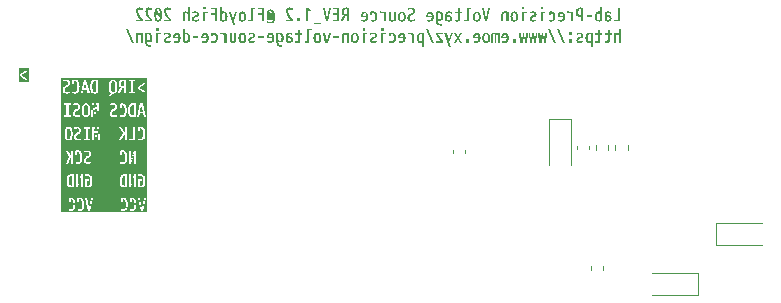
<source format=gbr>
%TF.GenerationSoftware,KiCad,Pcbnew,(6.0.5)*%
%TF.CreationDate,2022-10-08T22:42:16+08:00*%
%TF.ProjectId,LabPrecisionVoltageSource_V1.2,4c616250-7265-4636-9973-696f6e566f6c,rev?*%
%TF.SameCoordinates,Original*%
%TF.FileFunction,Legend,Bot*%
%TF.FilePolarity,Positive*%
%FSLAX46Y46*%
G04 Gerber Fmt 4.6, Leading zero omitted, Abs format (unit mm)*
G04 Created by KiCad (PCBNEW (6.0.5)) date 2022-10-08 22:42:16*
%MOMM*%
%LPD*%
G01*
G04 APERTURE LIST*
%ADD10C,0.120000*%
G04 APERTURE END LIST*
%TO.C,kibuzzard-6341896C*%
G36*
X172425044Y-85684188D02*
G01*
X172272644Y-85684188D01*
X171763056Y-84461812D01*
X171915456Y-84461812D01*
X172425044Y-85684188D01*
G37*
G36*
X171631294Y-85684188D02*
G01*
X171478894Y-85684188D01*
X170969306Y-84461812D01*
X171121706Y-84461812D01*
X171631294Y-85684188D01*
G37*
G36*
X161312544Y-85684188D02*
G01*
X161160144Y-85684188D01*
X160650556Y-84461812D01*
X160802956Y-84461812D01*
X161312544Y-85684188D01*
G37*
G36*
X135912544Y-85684188D02*
G01*
X135760144Y-85684188D01*
X135250556Y-84461812D01*
X135402956Y-84461812D01*
X135912544Y-85684188D01*
G37*
G36*
X162557144Y-85398438D02*
G01*
X162560319Y-85398438D01*
X162736531Y-84795187D01*
X162909569Y-84795187D01*
X162634931Y-85604813D01*
X162765106Y-85969938D01*
X162590481Y-85969938D01*
X162211069Y-84795187D01*
X162392044Y-84795187D01*
X162557144Y-85398438D01*
G37*
G36*
X140319444Y-85636562D02*
G01*
X140221019Y-85630918D01*
X140131060Y-85613985D01*
X140049569Y-85585763D01*
X140049569Y-85492100D01*
X140224194Y-85492100D01*
X140327381Y-85512737D01*
X140400803Y-85495672D01*
X140452794Y-85444475D01*
X140483750Y-85351209D01*
X140494069Y-85207937D01*
X140485536Y-85068436D01*
X140459938Y-84976956D01*
X140416877Y-84926355D01*
X140355956Y-84909487D01*
X140281741Y-84922981D01*
X140224194Y-84963462D01*
X140224194Y-85492100D01*
X140049569Y-85492100D01*
X140049569Y-84430062D01*
X140224194Y-84430062D01*
X140224194Y-84814237D01*
X140297616Y-84788044D01*
X140375006Y-84779312D01*
X140465935Y-84790425D01*
X140539753Y-84823762D01*
X140596462Y-84879325D01*
X140636591Y-84960287D01*
X140660668Y-85069825D01*
X140668694Y-85207937D01*
X140659345Y-85348431D01*
X140631299Y-85458762D01*
X140584556Y-85538931D01*
X140517705Y-85593171D01*
X140429334Y-85625715D01*
X140327381Y-85635779D01*
X140319444Y-85636562D01*
G37*
G36*
X148153756Y-85557187D02*
G01*
X148153756Y-85581000D01*
X148175783Y-85695300D01*
X148241862Y-85781025D01*
X148309155Y-85820713D01*
X148393557Y-85844525D01*
X148495069Y-85852463D01*
X148495069Y-85985812D01*
X148379628Y-85978669D01*
X148277780Y-85957238D01*
X148189525Y-85921519D01*
X148114863Y-85871513D01*
X148039456Y-85785788D01*
X147994212Y-85681012D01*
X147979131Y-85557187D01*
X147979131Y-85423838D01*
X148153756Y-85423838D01*
X148272819Y-85460350D01*
X148338799Y-85443086D01*
X148385928Y-85391294D01*
X148414205Y-85304973D01*
X148423631Y-85184125D01*
X148412717Y-85055537D01*
X148379975Y-84971400D01*
X148323420Y-84924966D01*
X148241069Y-84909487D01*
X148153756Y-84919012D01*
X148153756Y-85423838D01*
X147979131Y-85423838D01*
X147979131Y-84814237D01*
X148099781Y-84788044D01*
X148233131Y-84779312D01*
X148350253Y-84789719D01*
X148443387Y-84820940D01*
X148512531Y-84872975D01*
X148560156Y-84949175D01*
X148588731Y-85052892D01*
X148598256Y-85184125D01*
X148589790Y-85307818D01*
X148564390Y-85409021D01*
X148522056Y-85487734D01*
X148462790Y-85543958D01*
X148386590Y-85577693D01*
X148293456Y-85588937D01*
X148272819Y-85586670D01*
X148221225Y-85581000D01*
X148153756Y-85557187D01*
G37*
G36*
X137041256Y-85557187D02*
G01*
X137041256Y-85581000D01*
X137063283Y-85695300D01*
X137129363Y-85781025D01*
X137196655Y-85820713D01*
X137281057Y-85844525D01*
X137382569Y-85852463D01*
X137382569Y-85985812D01*
X137267128Y-85978669D01*
X137165280Y-85957238D01*
X137077025Y-85921519D01*
X137002362Y-85871513D01*
X136926956Y-85785788D01*
X136881712Y-85681012D01*
X136866631Y-85557187D01*
X136866631Y-85423838D01*
X137041256Y-85423838D01*
X137160319Y-85460350D01*
X137226299Y-85443086D01*
X137273428Y-85391294D01*
X137301705Y-85304973D01*
X137311131Y-85184125D01*
X137300217Y-85055537D01*
X137267475Y-84971400D01*
X137210920Y-84924966D01*
X137128569Y-84909487D01*
X137041256Y-84919012D01*
X137041256Y-85423838D01*
X136866631Y-85423838D01*
X136866631Y-84814237D01*
X136987281Y-84788044D01*
X137120631Y-84779312D01*
X137237753Y-84789719D01*
X137330887Y-84820940D01*
X137400031Y-84872975D01*
X137447656Y-84949175D01*
X137476231Y-85052892D01*
X137485756Y-85184125D01*
X137477290Y-85307818D01*
X137451890Y-85409021D01*
X137409556Y-85487734D01*
X137350290Y-85543958D01*
X137274090Y-85577693D01*
X137180956Y-85588937D01*
X137160319Y-85586670D01*
X137108725Y-85581000D01*
X137041256Y-85557187D01*
G37*
G36*
X160171131Y-85636562D02*
G01*
X160077998Y-85624656D01*
X160001798Y-85588937D01*
X159942531Y-85529406D01*
X159900198Y-85446062D01*
X159874798Y-85338906D01*
X159866331Y-85207937D01*
X160040956Y-85207937D01*
X160050382Y-85339204D01*
X160078659Y-85432966D01*
X160125788Y-85489223D01*
X160191769Y-85507975D01*
X160310831Y-85471462D01*
X160310831Y-84926950D01*
X160207644Y-84909487D01*
X160133230Y-84926355D01*
X160081438Y-84976956D01*
X160051077Y-85068436D01*
X160040956Y-85207937D01*
X159866331Y-85207937D01*
X159875592Y-85069031D01*
X159903373Y-84959229D01*
X159949675Y-84878531D01*
X160016262Y-84823410D01*
X160104897Y-84790337D01*
X160215581Y-84779312D01*
X160310478Y-84784957D01*
X160400437Y-84801890D01*
X160485456Y-84830112D01*
X160485456Y-85969938D01*
X160310831Y-85969938D01*
X160310831Y-85604813D01*
X160243362Y-85628625D01*
X160191769Y-85634295D01*
X160171131Y-85636562D01*
G37*
G36*
X174458631Y-85636562D02*
G01*
X174365498Y-85624656D01*
X174289298Y-85588937D01*
X174230031Y-85529406D01*
X174187698Y-85446062D01*
X174162298Y-85338906D01*
X174153831Y-85207937D01*
X174328456Y-85207937D01*
X174337882Y-85339204D01*
X174366159Y-85432966D01*
X174413288Y-85489223D01*
X174479269Y-85507975D01*
X174598331Y-85471462D01*
X174598331Y-84926950D01*
X174495144Y-84909487D01*
X174420730Y-84926355D01*
X174368938Y-84976956D01*
X174338577Y-85068436D01*
X174328456Y-85207937D01*
X174153831Y-85207937D01*
X174163092Y-85069031D01*
X174190873Y-84959229D01*
X174237175Y-84878531D01*
X174303762Y-84823410D01*
X174392397Y-84790337D01*
X174503081Y-84779312D01*
X174597978Y-84784957D01*
X174687937Y-84801890D01*
X174772956Y-84830112D01*
X174772956Y-85969938D01*
X174598331Y-85969938D01*
X174598331Y-85604813D01*
X174530863Y-85628625D01*
X174479269Y-85634295D01*
X174458631Y-85636562D01*
G37*
G36*
X177149444Y-85620688D02*
G01*
X176974819Y-85620688D01*
X176974819Y-84972987D01*
X176910128Y-84925362D01*
X176836706Y-84909487D01*
X176739869Y-84949175D01*
X176720819Y-85009897D01*
X176714469Y-85112687D01*
X176716056Y-85620688D01*
X176546194Y-85620688D01*
X176546194Y-85068237D01*
X176560878Y-84935880D01*
X176604931Y-84846781D01*
X176681131Y-84796180D01*
X176792256Y-84779312D01*
X176885522Y-84791219D01*
X176974819Y-84826937D01*
X176974819Y-84430062D01*
X177149444Y-84430062D01*
X177149444Y-85620688D01*
G37*
G36*
X150971569Y-84590400D02*
G01*
X150758844Y-84590400D01*
X150758844Y-85620688D01*
X150368319Y-85620688D01*
X150368319Y-85492100D01*
X150581044Y-85492100D01*
X150581044Y-84461812D01*
X150971569Y-84461812D01*
X150971569Y-84590400D01*
G37*
G36*
X176208056Y-84826937D02*
G01*
X176371569Y-84826937D01*
X176371569Y-84955525D01*
X176208056Y-84955525D01*
X176208056Y-85382562D01*
X176193967Y-85505594D01*
X176151700Y-85582587D01*
X176073317Y-85623069D01*
X175950881Y-85636562D01*
X175863172Y-85631800D01*
X175784194Y-85617513D01*
X175784194Y-85473050D01*
X175852059Y-85490909D01*
X175919131Y-85496863D01*
X176014381Y-85470669D01*
X176035019Y-85350813D01*
X176035019Y-84955525D01*
X175768319Y-84955525D01*
X175768319Y-84826937D01*
X176035019Y-84826937D01*
X176035019Y-84525312D01*
X176208056Y-84525312D01*
X176208056Y-84826937D01*
G37*
G36*
X175414306Y-84826937D02*
G01*
X175577819Y-84826937D01*
X175577819Y-84955525D01*
X175414306Y-84955525D01*
X175414306Y-85382562D01*
X175400217Y-85505594D01*
X175357950Y-85582587D01*
X175279567Y-85623069D01*
X175157131Y-85636562D01*
X175069422Y-85631800D01*
X174990444Y-85617513D01*
X174990444Y-85473050D01*
X175058309Y-85490909D01*
X175125381Y-85496863D01*
X175220631Y-85470669D01*
X175241269Y-85350813D01*
X175241269Y-84955525D01*
X174974569Y-84955525D01*
X174974569Y-84826937D01*
X175241269Y-84826937D01*
X175241269Y-84525312D01*
X175414306Y-84525312D01*
X175414306Y-84826937D01*
G37*
G36*
X150014306Y-84826937D02*
G01*
X150177819Y-84826937D01*
X150177819Y-84955525D01*
X150014306Y-84955525D01*
X150014306Y-85382562D01*
X150000217Y-85505594D01*
X149957950Y-85582587D01*
X149879567Y-85623069D01*
X149757131Y-85636562D01*
X149669422Y-85631800D01*
X149590444Y-85617513D01*
X149590444Y-85473050D01*
X149658309Y-85490909D01*
X149725381Y-85496863D01*
X149820631Y-85470669D01*
X149841269Y-85350813D01*
X149841269Y-84955525D01*
X149574569Y-84955525D01*
X149574569Y-84826937D01*
X149841269Y-84826937D01*
X149841269Y-84525312D01*
X150014306Y-84525312D01*
X150014306Y-84826937D01*
G37*
G36*
X166796959Y-84794394D02*
G01*
X166902131Y-84839637D01*
X166902131Y-85620688D01*
X166735444Y-85620688D01*
X166735444Y-84931712D01*
X166671944Y-84909487D01*
X166625906Y-84926156D01*
X166613206Y-84985687D01*
X166613206Y-85620688D01*
X166454456Y-85620688D01*
X166454456Y-84931712D01*
X166389369Y-84909487D01*
X166344919Y-84925362D01*
X166332219Y-84985687D01*
X166332219Y-85620688D01*
X166171881Y-85620688D01*
X166171881Y-85001562D01*
X166182795Y-84891430D01*
X166215538Y-84824556D01*
X166278442Y-84790623D01*
X166379844Y-84779312D01*
X166462791Y-84789234D01*
X166537006Y-84819000D01*
X166597728Y-84789234D01*
X166678294Y-84779312D01*
X166796959Y-84794394D01*
G37*
G36*
X169540556Y-85477812D02*
G01*
X169545319Y-85477812D01*
X169635806Y-84795187D01*
X169770744Y-84795187D01*
X169867581Y-85422250D01*
X169870756Y-85422250D01*
X169921556Y-84795187D01*
X170085069Y-84795187D01*
X169981881Y-85620688D01*
X169818369Y-85620688D01*
X169723119Y-84971400D01*
X169719944Y-84971400D01*
X169635806Y-85620688D01*
X169442131Y-85620688D01*
X169338944Y-84795187D01*
X169483406Y-84795187D01*
X169540556Y-85477812D01*
G37*
G36*
X170334306Y-85477812D02*
G01*
X170339069Y-85477812D01*
X170429556Y-84795187D01*
X170564494Y-84795187D01*
X170661331Y-85422250D01*
X170664506Y-85422250D01*
X170715306Y-84795187D01*
X170878819Y-84795187D01*
X170775631Y-85620688D01*
X170612119Y-85620688D01*
X170516869Y-84971400D01*
X170513694Y-84971400D01*
X170429556Y-85620688D01*
X170235881Y-85620688D01*
X170132694Y-84795187D01*
X170277156Y-84795187D01*
X170334306Y-85477812D01*
G37*
G36*
X168746806Y-85477812D02*
G01*
X168751569Y-85477812D01*
X168842056Y-84795187D01*
X168976994Y-84795187D01*
X169073831Y-85422250D01*
X169077006Y-85422250D01*
X169127806Y-84795187D01*
X169291319Y-84795187D01*
X169188131Y-85620688D01*
X169024619Y-85620688D01*
X168929369Y-84971400D01*
X168926194Y-84971400D01*
X168842056Y-85620688D01*
X168648381Y-85620688D01*
X168545194Y-84795187D01*
X168689656Y-84795187D01*
X168746806Y-85477812D01*
G37*
G36*
X151269490Y-85591407D02*
G01*
X151204931Y-85534963D01*
X151159070Y-85453471D01*
X151131553Y-85344462D01*
X151122381Y-85207937D01*
X151300181Y-85207937D01*
X151309111Y-85353392D01*
X151335900Y-85443681D01*
X151383723Y-85490711D01*
X151455756Y-85506387D01*
X151527789Y-85490711D01*
X151575613Y-85443681D01*
X151602402Y-85353392D01*
X151611331Y-85207937D01*
X151602402Y-85062483D01*
X151575613Y-84972194D01*
X151527789Y-84925164D01*
X151455756Y-84909487D01*
X151383723Y-84925164D01*
X151335900Y-84972194D01*
X151309111Y-85062483D01*
X151300181Y-85207937D01*
X151122381Y-85207937D01*
X151131553Y-85071412D01*
X151159070Y-84962404D01*
X151204931Y-84880912D01*
X151269490Y-84824468D01*
X151353098Y-84790601D01*
X151455756Y-84779312D01*
X151558415Y-84790601D01*
X151642023Y-84824468D01*
X151706581Y-84880912D01*
X151752442Y-84962404D01*
X151779959Y-85071412D01*
X151789131Y-85207937D01*
X151779959Y-85344462D01*
X151752442Y-85453471D01*
X151706581Y-85534963D01*
X151642023Y-85591407D01*
X151558415Y-85625274D01*
X151455756Y-85636562D01*
X151353098Y-85625274D01*
X151269490Y-85591407D01*
G37*
G36*
X154444490Y-85591407D02*
G01*
X154379931Y-85534963D01*
X154334070Y-85453471D01*
X154306553Y-85344462D01*
X154297381Y-85207937D01*
X154475181Y-85207937D01*
X154484111Y-85353392D01*
X154510900Y-85443681D01*
X154558723Y-85490711D01*
X154630756Y-85506387D01*
X154702789Y-85490711D01*
X154750613Y-85443681D01*
X154777402Y-85353392D01*
X154786331Y-85207937D01*
X154777402Y-85062483D01*
X154750613Y-84972194D01*
X154702789Y-84925164D01*
X154630756Y-84909487D01*
X154558723Y-84925164D01*
X154510900Y-84972194D01*
X154484111Y-85062483D01*
X154475181Y-85207937D01*
X154297381Y-85207937D01*
X154306553Y-85071412D01*
X154334070Y-84962404D01*
X154379931Y-84880912D01*
X154444490Y-84824468D01*
X154528098Y-84790601D01*
X154630756Y-84779312D01*
X154733415Y-84790601D01*
X154817023Y-84824468D01*
X154881581Y-84880912D01*
X154927442Y-84962404D01*
X154954959Y-85071412D01*
X154964131Y-85207937D01*
X154954959Y-85344462D01*
X154927442Y-85453471D01*
X154881581Y-85534963D01*
X154817023Y-85591407D01*
X154733415Y-85625274D01*
X154630756Y-85636562D01*
X154528098Y-85625274D01*
X154444490Y-85591407D01*
G37*
G36*
X144919490Y-85591407D02*
G01*
X144854931Y-85534963D01*
X144809070Y-85453471D01*
X144781553Y-85344462D01*
X144772381Y-85207937D01*
X144950181Y-85207937D01*
X144959111Y-85353392D01*
X144985900Y-85443681D01*
X145033723Y-85490711D01*
X145105756Y-85506387D01*
X145177789Y-85490711D01*
X145225613Y-85443681D01*
X145252402Y-85353392D01*
X145261331Y-85207937D01*
X145252402Y-85062483D01*
X145225613Y-84972194D01*
X145177789Y-84925164D01*
X145105756Y-84909487D01*
X145033723Y-84925164D01*
X144985900Y-84972194D01*
X144959111Y-85062483D01*
X144950181Y-85207937D01*
X144772381Y-85207937D01*
X144781553Y-85071412D01*
X144809070Y-84962404D01*
X144854931Y-84880912D01*
X144919490Y-84824468D01*
X145003098Y-84790601D01*
X145105756Y-84779312D01*
X145208415Y-84790601D01*
X145292023Y-84824468D01*
X145356581Y-84880912D01*
X145402442Y-84962404D01*
X145429959Y-85071412D01*
X145439131Y-85207937D01*
X145429959Y-85344462D01*
X145402442Y-85453471D01*
X145356581Y-85534963D01*
X145292023Y-85591407D01*
X145208415Y-85625274D01*
X145105756Y-85636562D01*
X145003098Y-85625274D01*
X144919490Y-85591407D01*
G37*
G36*
X165556990Y-85591407D02*
G01*
X165492431Y-85534963D01*
X165446570Y-85453471D01*
X165419053Y-85344462D01*
X165409881Y-85207937D01*
X165587681Y-85207937D01*
X165596611Y-85353392D01*
X165623400Y-85443681D01*
X165671223Y-85490711D01*
X165743256Y-85506387D01*
X165815289Y-85490711D01*
X165863113Y-85443681D01*
X165889902Y-85353392D01*
X165898831Y-85207937D01*
X165889902Y-85062483D01*
X165863113Y-84972194D01*
X165815289Y-84925164D01*
X165743256Y-84909487D01*
X165671223Y-84925164D01*
X165623400Y-84972194D01*
X165596611Y-85062483D01*
X165587681Y-85207937D01*
X165409881Y-85207937D01*
X165419053Y-85071412D01*
X165446570Y-84962404D01*
X165492431Y-84880912D01*
X165556990Y-84824468D01*
X165640598Y-84790601D01*
X165743256Y-84779312D01*
X165845915Y-84790601D01*
X165929523Y-84824468D01*
X165994081Y-84880912D01*
X166039942Y-84962404D01*
X166067459Y-85071412D01*
X166076631Y-85207937D01*
X166067459Y-85344462D01*
X166039942Y-85453471D01*
X165994081Y-85534963D01*
X165929523Y-85591407D01*
X165845915Y-85625274D01*
X165743256Y-85636562D01*
X165640598Y-85625274D01*
X165556990Y-85591407D01*
G37*
G36*
X167018019Y-85204762D02*
G01*
X167021708Y-85144438D01*
X167189469Y-85144438D01*
X167472044Y-85144438D01*
X167458550Y-85030138D01*
X167430769Y-84957112D01*
X167386716Y-84917822D01*
X167324406Y-84904725D01*
X167224394Y-84959494D01*
X167198994Y-85033114D01*
X167189469Y-85144438D01*
X167021708Y-85144438D01*
X167026309Y-85069208D01*
X167051180Y-84960993D01*
X167092631Y-84880119D01*
X167151016Y-84824115D01*
X167226687Y-84790513D01*
X167319644Y-84779312D01*
X167421508Y-84791219D01*
X167504852Y-84826937D01*
X167569675Y-84886469D01*
X167615977Y-84969812D01*
X167643758Y-85076969D01*
X167653019Y-85207937D01*
X167645567Y-85321654D01*
X167623213Y-85417876D01*
X167585955Y-85496603D01*
X167533794Y-85557835D01*
X167466730Y-85601573D01*
X167384764Y-85627815D01*
X167287894Y-85636562D01*
X167177166Y-85626641D01*
X167060881Y-85596875D01*
X167060881Y-85465113D01*
X167169625Y-85497259D01*
X167267256Y-85507975D01*
X167352386Y-85494283D01*
X167414100Y-85453206D01*
X167453589Y-85379586D01*
X167472044Y-85268263D01*
X167021194Y-85268263D01*
X167018019Y-85204762D01*
G37*
G36*
X164636769Y-85204762D02*
G01*
X164640458Y-85144438D01*
X164808219Y-85144438D01*
X165090794Y-85144438D01*
X165077300Y-85030138D01*
X165049519Y-84957112D01*
X165005466Y-84917822D01*
X164943156Y-84904725D01*
X164843144Y-84959494D01*
X164817744Y-85033114D01*
X164808219Y-85144438D01*
X164640458Y-85144438D01*
X164645059Y-85069208D01*
X164669930Y-84960993D01*
X164711381Y-84880119D01*
X164769766Y-84824115D01*
X164845437Y-84790513D01*
X164938394Y-84779312D01*
X165040258Y-84791219D01*
X165123602Y-84826937D01*
X165188425Y-84886469D01*
X165234727Y-84969812D01*
X165262508Y-85076969D01*
X165271769Y-85207937D01*
X165264317Y-85321654D01*
X165241963Y-85417876D01*
X165204705Y-85496603D01*
X165152544Y-85557835D01*
X165085480Y-85601573D01*
X165003514Y-85627815D01*
X164906644Y-85636562D01*
X164795916Y-85626641D01*
X164679631Y-85596875D01*
X164679631Y-85465113D01*
X164788375Y-85497259D01*
X164886006Y-85507975D01*
X164971136Y-85494283D01*
X165032850Y-85453206D01*
X165072339Y-85379586D01*
X165090794Y-85268263D01*
X164639944Y-85268263D01*
X164636769Y-85204762D01*
G37*
G36*
X158286769Y-85204762D02*
G01*
X158290458Y-85144438D01*
X158458219Y-85144438D01*
X158740794Y-85144438D01*
X158727300Y-85030138D01*
X158699519Y-84957112D01*
X158655466Y-84917822D01*
X158593156Y-84904725D01*
X158493144Y-84959494D01*
X158467744Y-85033114D01*
X158458219Y-85144438D01*
X158290458Y-85144438D01*
X158295059Y-85069208D01*
X158319930Y-84960993D01*
X158361381Y-84880119D01*
X158419766Y-84824115D01*
X158495437Y-84790513D01*
X158588394Y-84779312D01*
X158690258Y-84791219D01*
X158773602Y-84826937D01*
X158838425Y-84886469D01*
X158884727Y-84969812D01*
X158912508Y-85076969D01*
X158921769Y-85207937D01*
X158914317Y-85321654D01*
X158891963Y-85417876D01*
X158854705Y-85496603D01*
X158802544Y-85557835D01*
X158735480Y-85601573D01*
X158653514Y-85627815D01*
X158556644Y-85636562D01*
X158445916Y-85626641D01*
X158329631Y-85596875D01*
X158329631Y-85465113D01*
X158438375Y-85497259D01*
X158536006Y-85507975D01*
X158621136Y-85494283D01*
X158682850Y-85453206D01*
X158722339Y-85379586D01*
X158740794Y-85268263D01*
X158289944Y-85268263D01*
X158286769Y-85204762D01*
G37*
G36*
X147174269Y-85204762D02*
G01*
X147177958Y-85144438D01*
X147345719Y-85144438D01*
X147628294Y-85144438D01*
X147614800Y-85030138D01*
X147587019Y-84957112D01*
X147542966Y-84917822D01*
X147480656Y-84904725D01*
X147380644Y-84959494D01*
X147355244Y-85033114D01*
X147345719Y-85144438D01*
X147177958Y-85144438D01*
X147182559Y-85069208D01*
X147207430Y-84960993D01*
X147248881Y-84880119D01*
X147307266Y-84824115D01*
X147382937Y-84790513D01*
X147475894Y-84779312D01*
X147577758Y-84791219D01*
X147661102Y-84826937D01*
X147725925Y-84886469D01*
X147772227Y-84969812D01*
X147800008Y-85076969D01*
X147809269Y-85207937D01*
X147801817Y-85321654D01*
X147779463Y-85417876D01*
X147742205Y-85496603D01*
X147690044Y-85557835D01*
X147622980Y-85601573D01*
X147541014Y-85627815D01*
X147444144Y-85636562D01*
X147333416Y-85626641D01*
X147217131Y-85596875D01*
X147217131Y-85465113D01*
X147325875Y-85497259D01*
X147423506Y-85507975D01*
X147508636Y-85494283D01*
X147570350Y-85453206D01*
X147609839Y-85379586D01*
X147628294Y-85268263D01*
X147177444Y-85268263D01*
X147174269Y-85204762D01*
G37*
G36*
X141618019Y-85204762D02*
G01*
X141621708Y-85144438D01*
X141789469Y-85144438D01*
X142072044Y-85144438D01*
X142058550Y-85030138D01*
X142030769Y-84957112D01*
X141986716Y-84917822D01*
X141924406Y-84904725D01*
X141824394Y-84959494D01*
X141798994Y-85033114D01*
X141789469Y-85144438D01*
X141621708Y-85144438D01*
X141626309Y-85069208D01*
X141651180Y-84960993D01*
X141692631Y-84880119D01*
X141751016Y-84824115D01*
X141826687Y-84790513D01*
X141919644Y-84779312D01*
X142021508Y-84791219D01*
X142104852Y-84826937D01*
X142169675Y-84886469D01*
X142215977Y-84969812D01*
X142243758Y-85076969D01*
X142253019Y-85207937D01*
X142242876Y-85338906D01*
X142212449Y-85446062D01*
X142161737Y-85529406D01*
X142090741Y-85588937D01*
X141999460Y-85624656D01*
X141887894Y-85636562D01*
X141777166Y-85626641D01*
X141660881Y-85596875D01*
X141660881Y-85465113D01*
X141769625Y-85497259D01*
X141867256Y-85507975D01*
X141952386Y-85494283D01*
X142014100Y-85453206D01*
X142053589Y-85379586D01*
X142072044Y-85268263D01*
X141621194Y-85268263D01*
X141618019Y-85204762D01*
G37*
G36*
X139236769Y-85204762D02*
G01*
X139240458Y-85144438D01*
X139408219Y-85144438D01*
X139690794Y-85144438D01*
X139677300Y-85030138D01*
X139649519Y-84957112D01*
X139605466Y-84917822D01*
X139543156Y-84904725D01*
X139443144Y-84959494D01*
X139417744Y-85033114D01*
X139408219Y-85144438D01*
X139240458Y-85144438D01*
X139245059Y-85069208D01*
X139269930Y-84960993D01*
X139311381Y-84880119D01*
X139369766Y-84824115D01*
X139445437Y-84790513D01*
X139538394Y-84779312D01*
X139640258Y-84791219D01*
X139723602Y-84826937D01*
X139788425Y-84886469D01*
X139834727Y-84969812D01*
X139862508Y-85076969D01*
X139871769Y-85207937D01*
X139861626Y-85338906D01*
X139831199Y-85446062D01*
X139780487Y-85529406D01*
X139709491Y-85588937D01*
X139618210Y-85624656D01*
X139506644Y-85636562D01*
X139395916Y-85626641D01*
X139279631Y-85596875D01*
X139279631Y-85465113D01*
X139388375Y-85497259D01*
X139486006Y-85507975D01*
X139571136Y-85494283D01*
X139632850Y-85453206D01*
X139672339Y-85379586D01*
X139690794Y-85268263D01*
X139239944Y-85268263D01*
X139236769Y-85204762D01*
G37*
G36*
X152244744Y-85493687D02*
G01*
X152247919Y-85493687D01*
X152401906Y-84795187D01*
X152582881Y-84795187D01*
X152360631Y-85620688D01*
X152138381Y-85620688D01*
X151916131Y-84795187D01*
X152090756Y-84795187D01*
X152244744Y-85493687D01*
G37*
G36*
X163357244Y-85109512D02*
G01*
X163360419Y-85109512D01*
X163501706Y-84795187D01*
X163687444Y-84795187D01*
X163473131Y-85207937D01*
X163687444Y-85620688D01*
X163501706Y-85620688D01*
X163366769Y-85311125D01*
X163363594Y-85311125D01*
X163228656Y-85620688D01*
X163036569Y-85620688D01*
X163250881Y-85207937D01*
X163036569Y-84795187D01*
X163215956Y-84795187D01*
X163357244Y-85109512D01*
G37*
G36*
X148869542Y-85613985D02*
G01*
X148780819Y-85585763D01*
X148780819Y-85492100D01*
X148953856Y-85492100D01*
X149058631Y-85512737D01*
X149174519Y-85475431D01*
X149215794Y-85369862D01*
X149202895Y-85298028D01*
X149164200Y-85247625D01*
X149096930Y-85217859D01*
X148998306Y-85207937D01*
X148953856Y-85207937D01*
X148953856Y-85492100D01*
X148780819Y-85492100D01*
X148780819Y-85093637D01*
X148787610Y-84982512D01*
X148807983Y-84898904D01*
X148841937Y-84842812D01*
X148931433Y-84795187D01*
X149077681Y-84779312D01*
X149163053Y-84784957D01*
X149251953Y-84801890D01*
X149344381Y-84830112D01*
X149344381Y-84966637D01*
X149252306Y-84934887D01*
X149166581Y-84915837D01*
X149087206Y-84909487D01*
X148978463Y-84938856D01*
X148953856Y-85061887D01*
X148953856Y-85088875D01*
X148998306Y-85088875D01*
X149116575Y-85096901D01*
X149213148Y-85120978D01*
X149288025Y-85161106D01*
X149360058Y-85249411D01*
X149384069Y-85369862D01*
X149362836Y-85482575D01*
X149299138Y-85566713D01*
X149234667Y-85605518D01*
X149154499Y-85628801D01*
X149058631Y-85636562D01*
X148962147Y-85630918D01*
X148869542Y-85613985D01*
G37*
G36*
X138878788Y-84794195D02*
G01*
X138971656Y-84838844D01*
X139027616Y-84911273D01*
X139046269Y-85009500D01*
X139030394Y-85100980D01*
X138982769Y-85172219D01*
X138897441Y-85227583D01*
X138768456Y-85271437D01*
X138663681Y-85319062D01*
X138635106Y-85398438D01*
X138671619Y-85481781D01*
X138792269Y-85507975D01*
X138911728Y-85492497D01*
X139038331Y-85446062D01*
X139038331Y-85585763D01*
X138953665Y-85613985D01*
X138862648Y-85630918D01*
X138765281Y-85636562D01*
X138635702Y-85621084D01*
X138539063Y-85574650D01*
X138478936Y-85499641D01*
X138458894Y-85398438D01*
X138474173Y-85296837D01*
X138520013Y-85223812D01*
X138607920Y-85169838D01*
X138749406Y-85125387D01*
X138843862Y-85080937D01*
X138871644Y-85009500D01*
X138837116Y-84932109D01*
X138733531Y-84906312D01*
X138612881Y-84916234D01*
X138485881Y-84946000D01*
X138485881Y-84814237D01*
X138568784Y-84794835D01*
X138656626Y-84783193D01*
X138749406Y-84779312D01*
X138878788Y-84794195D01*
G37*
G36*
X173803788Y-84794195D02*
G01*
X173896656Y-84838844D01*
X173952616Y-84911273D01*
X173971269Y-85009500D01*
X173955394Y-85100980D01*
X173907769Y-85172219D01*
X173822441Y-85227583D01*
X173693456Y-85271437D01*
X173588681Y-85319062D01*
X173560106Y-85398438D01*
X173596619Y-85481781D01*
X173717269Y-85507975D01*
X173836728Y-85492497D01*
X173963331Y-85446062D01*
X173963331Y-85585763D01*
X173878665Y-85613985D01*
X173787648Y-85630918D01*
X173690281Y-85636562D01*
X173560702Y-85621084D01*
X173464063Y-85574650D01*
X173403936Y-85499641D01*
X173383894Y-85398438D01*
X173399173Y-85296837D01*
X173445012Y-85223812D01*
X173532920Y-85169838D01*
X173674406Y-85125387D01*
X173768863Y-85080937D01*
X173796644Y-85009500D01*
X173762116Y-84932109D01*
X173658531Y-84906312D01*
X173537881Y-84916234D01*
X173410881Y-84946000D01*
X173410881Y-84814237D01*
X173493784Y-84794835D01*
X173581626Y-84783193D01*
X173674406Y-84779312D01*
X173803788Y-84794195D01*
G37*
G36*
X156341288Y-84794195D02*
G01*
X156434156Y-84838844D01*
X156490116Y-84911273D01*
X156508769Y-85009500D01*
X156492894Y-85100980D01*
X156445269Y-85172219D01*
X156359941Y-85227583D01*
X156230956Y-85271437D01*
X156126181Y-85319062D01*
X156097606Y-85398438D01*
X156134119Y-85481781D01*
X156254769Y-85507975D01*
X156374228Y-85492497D01*
X156500831Y-85446062D01*
X156500831Y-85585763D01*
X156416165Y-85613985D01*
X156325148Y-85630918D01*
X156227781Y-85636562D01*
X156098202Y-85621084D01*
X156001562Y-85574650D01*
X155941436Y-85499641D01*
X155921394Y-85398438D01*
X155936673Y-85296837D01*
X155982512Y-85223812D01*
X156070420Y-85169838D01*
X156211906Y-85125387D01*
X156306363Y-85080937D01*
X156334144Y-85009500D01*
X156299616Y-84932109D01*
X156196031Y-84906312D01*
X156075381Y-84916234D01*
X155948381Y-84946000D01*
X155948381Y-84814237D01*
X156031284Y-84794835D01*
X156119126Y-84783193D01*
X156211906Y-84779312D01*
X156341288Y-84794195D01*
G37*
G36*
X146022538Y-84794195D02*
G01*
X146115406Y-84838844D01*
X146171366Y-84911273D01*
X146190019Y-85009500D01*
X146174144Y-85100980D01*
X146126519Y-85172219D01*
X146041191Y-85227583D01*
X145912206Y-85271437D01*
X145807431Y-85319062D01*
X145778856Y-85398438D01*
X145815369Y-85481781D01*
X145936019Y-85507975D01*
X146055478Y-85492497D01*
X146182081Y-85446062D01*
X146182081Y-85585763D01*
X146097415Y-85613985D01*
X146006398Y-85630918D01*
X145909031Y-85636562D01*
X145779452Y-85621084D01*
X145682812Y-85574650D01*
X145622686Y-85499641D01*
X145602644Y-85398438D01*
X145617923Y-85296837D01*
X145663762Y-85223812D01*
X145751670Y-85169838D01*
X145893156Y-85125387D01*
X145987612Y-85080937D01*
X146015394Y-85009500D01*
X145980866Y-84932109D01*
X145877281Y-84906312D01*
X145756631Y-84916234D01*
X145629631Y-84946000D01*
X145629631Y-84814237D01*
X145712534Y-84794835D01*
X145800376Y-84783193D01*
X145893156Y-84779312D01*
X146022538Y-84794195D01*
G37*
G36*
X153962948Y-84786721D02*
G01*
X154055552Y-84808946D01*
X154138631Y-84845987D01*
X154138631Y-85620688D01*
X153964006Y-85620688D01*
X153964006Y-84944412D01*
X153856056Y-84909487D01*
X153738581Y-84941237D01*
X153706831Y-85057125D01*
X153706831Y-85620688D01*
X153535381Y-85620688D01*
X153535381Y-85065062D01*
X153551852Y-84924172D01*
X153601262Y-84838050D01*
X153659383Y-84805418D01*
X153745901Y-84785839D01*
X153860819Y-84779312D01*
X153962948Y-84786721D01*
G37*
G36*
X136500448Y-84786721D02*
G01*
X136593052Y-84808946D01*
X136676131Y-84845987D01*
X136676131Y-85620688D01*
X136501506Y-85620688D01*
X136501506Y-84944412D01*
X136393556Y-84909487D01*
X136276081Y-84941237D01*
X136244331Y-85057125D01*
X136244331Y-85620688D01*
X136072881Y-85620688D01*
X136072881Y-85065062D01*
X136089352Y-84924172D01*
X136138763Y-84838050D01*
X136196883Y-84805418D01*
X136283401Y-84785839D01*
X136398319Y-84779312D01*
X136500448Y-84786721D01*
G37*
G36*
X142756807Y-84788060D02*
G01*
X142840556Y-84814302D01*
X142909077Y-84858040D01*
X142962372Y-84919272D01*
X143000440Y-84997999D01*
X143023280Y-85094221D01*
X143030894Y-85207937D01*
X143019958Y-85338112D01*
X142987149Y-85445004D01*
X142932469Y-85528613D01*
X142857856Y-85588585D01*
X142765252Y-85624568D01*
X142654656Y-85636562D01*
X142555041Y-85626641D01*
X142459394Y-85596875D01*
X142459394Y-85466700D01*
X142548294Y-85501228D01*
X142634019Y-85512737D01*
X142724903Y-85493687D01*
X142794356Y-85436538D01*
X142838409Y-85341287D01*
X142853094Y-85207937D01*
X142840394Y-85078358D01*
X142802294Y-84984894D01*
X142741572Y-84928339D01*
X142661006Y-84909487D01*
X142618144Y-84914250D01*
X142618144Y-85096812D01*
X142451456Y-85096812D01*
X142451456Y-84811062D01*
X142549087Y-84787250D01*
X142657831Y-84779312D01*
X142756807Y-84788060D01*
G37*
G36*
X157838057Y-84788060D02*
G01*
X157921806Y-84814302D01*
X157990327Y-84858040D01*
X158043622Y-84919272D01*
X158081690Y-84997999D01*
X158104530Y-85094221D01*
X158112144Y-85207937D01*
X158101208Y-85338112D01*
X158068399Y-85445004D01*
X158013719Y-85528613D01*
X157939106Y-85588585D01*
X157846502Y-85624568D01*
X157735906Y-85636562D01*
X157636291Y-85626641D01*
X157540644Y-85596875D01*
X157540644Y-85466700D01*
X157629544Y-85501228D01*
X157715269Y-85512737D01*
X157806153Y-85493687D01*
X157875606Y-85436538D01*
X157919659Y-85341287D01*
X157934344Y-85207937D01*
X157921644Y-85078358D01*
X157883544Y-84984894D01*
X157822822Y-84928339D01*
X157742256Y-84909487D01*
X157699394Y-84914250D01*
X157699394Y-85096812D01*
X157532706Y-85096812D01*
X157532706Y-84811062D01*
X157630338Y-84787250D01*
X157739081Y-84779312D01*
X157838057Y-84788060D01*
G37*
G36*
X144191356Y-85474638D02*
G01*
X144299306Y-85506387D01*
X144406462Y-85475431D01*
X144435831Y-85358750D01*
X144435831Y-84795187D01*
X144605694Y-84795187D01*
X144605694Y-85358750D01*
X144589422Y-85493687D01*
X144540606Y-85577825D01*
X144484515Y-85610457D01*
X144403023Y-85630036D01*
X144296131Y-85636562D01*
X144194002Y-85629154D01*
X144101398Y-85606929D01*
X144018319Y-85569887D01*
X144018319Y-84795187D01*
X144192944Y-84795187D01*
X144191356Y-85474638D01*
G37*
G36*
X162057081Y-84923775D02*
G01*
X161693544Y-84923775D01*
X161693544Y-84926950D01*
X162057081Y-85492100D01*
X162057081Y-85620688D01*
X161493519Y-85620688D01*
X161493519Y-85492100D01*
X161857056Y-85492100D01*
X161857056Y-85488925D01*
X161493519Y-84923775D01*
X161493519Y-84795187D01*
X162057081Y-84795187D01*
X162057081Y-84923775D01*
G37*
G36*
X143345600Y-84782614D02*
G01*
X143452153Y-84792520D01*
X143556928Y-84809030D01*
X143659925Y-84832144D01*
X143761144Y-84861862D01*
X143761144Y-85620688D01*
X143586519Y-85620688D01*
X143588106Y-84957112D01*
X143475747Y-84931536D01*
X143358801Y-84916190D01*
X143237269Y-84911075D01*
X143237269Y-84779312D01*
X143345600Y-84782614D01*
G37*
G36*
X159220600Y-84782614D02*
G01*
X159327153Y-84792520D01*
X159431928Y-84809030D01*
X159534925Y-84832144D01*
X159636144Y-84861862D01*
X159636144Y-85620688D01*
X159461519Y-85620688D01*
X159463106Y-84957112D01*
X159350747Y-84931536D01*
X159233801Y-84916190D01*
X159112269Y-84911075D01*
X159112269Y-84779312D01*
X159220600Y-84782614D01*
G37*
G36*
X157258069Y-84923775D02*
G01*
X157046931Y-84923775D01*
X157046931Y-85620688D01*
X156869131Y-85620688D01*
X156869131Y-84795187D01*
X157258069Y-84795187D01*
X157258069Y-84923775D01*
G37*
G36*
X155670569Y-84923775D02*
G01*
X155459431Y-84923775D01*
X155459431Y-85620688D01*
X155281631Y-85620688D01*
X155281631Y-84795187D01*
X155670569Y-84795187D01*
X155670569Y-84923775D01*
G37*
G36*
X138208069Y-84923775D02*
G01*
X137996931Y-84923775D01*
X137996931Y-85620688D01*
X137819131Y-85620688D01*
X137819131Y-84795187D01*
X138208069Y-84795187D01*
X138208069Y-84923775D01*
G37*
G36*
X153281381Y-85217462D02*
G01*
X152805131Y-85217462D01*
X152805131Y-85085700D01*
X153281381Y-85085700D01*
X153281381Y-85217462D01*
G37*
G36*
X146931381Y-85217462D02*
G01*
X146455131Y-85217462D01*
X146455131Y-85085700D01*
X146931381Y-85085700D01*
X146931381Y-85217462D01*
G37*
G36*
X141375131Y-85217462D02*
G01*
X140898881Y-85217462D01*
X140898881Y-85085700D01*
X141375131Y-85085700D01*
X141375131Y-85217462D01*
G37*
G36*
X168248331Y-85620688D02*
G01*
X167994331Y-85620688D01*
X167994331Y-85350813D01*
X168248331Y-85350813D01*
X168248331Y-85620688D01*
G37*
G36*
X164279581Y-85620688D02*
G01*
X164025581Y-85620688D01*
X164025581Y-85350813D01*
X164279581Y-85350813D01*
X164279581Y-85620688D01*
G37*
G36*
X173006069Y-85001562D02*
G01*
X172767944Y-85001562D01*
X172767944Y-84731687D01*
X173006069Y-84731687D01*
X173006069Y-85001562D01*
G37*
G36*
X173006069Y-85620688D02*
G01*
X172767944Y-85620688D01*
X172767944Y-85350813D01*
X173006069Y-85350813D01*
X173006069Y-85620688D01*
G37*
G36*
X157078681Y-84612625D02*
G01*
X156869131Y-84612625D01*
X156869131Y-84414187D01*
X157078681Y-84414187D01*
X157078681Y-84612625D01*
G37*
G36*
X155491181Y-84612625D02*
G01*
X155281631Y-84612625D01*
X155281631Y-84414187D01*
X155491181Y-84414187D01*
X155491181Y-84612625D01*
G37*
G36*
X138028681Y-84612625D02*
G01*
X137819131Y-84612625D01*
X137819131Y-84414187D01*
X138028681Y-84414187D01*
X138028681Y-84612625D01*
G37*
%TO.C,kibuzzard-634188FD*%
G36*
X147223960Y-83704976D02*
G01*
X147150406Y-83647650D01*
X147150406Y-83584150D01*
X147315506Y-83584150D01*
X147382181Y-83622250D01*
X147447269Y-83580181D01*
X147461556Y-83516483D01*
X147466319Y-83409525D01*
X147461953Y-83302567D01*
X147448856Y-83238869D01*
X147385356Y-83196800D01*
X147315506Y-83246012D01*
X147315506Y-83584150D01*
X147150406Y-83584150D01*
X147150406Y-83130125D01*
X147162662Y-83015825D01*
X147199428Y-82926925D01*
X147260706Y-82863425D01*
X147346494Y-82825325D01*
X147456794Y-82812625D01*
X147576209Y-82828412D01*
X147674105Y-82875772D01*
X147750481Y-82954706D01*
X147793542Y-83036314D01*
X147824300Y-83139055D01*
X147842755Y-83262929D01*
X147848906Y-83407937D01*
X147842606Y-83554236D01*
X147823705Y-83678805D01*
X147792203Y-83781645D01*
X147748100Y-83862756D01*
X147670401Y-83940808D01*
X147571711Y-83987640D01*
X147452031Y-84003250D01*
X147336938Y-83992534D01*
X147229781Y-83960388D01*
X147229781Y-83815925D01*
X147331778Y-83856406D01*
X147431394Y-83869900D01*
X147547678Y-83844103D01*
X147629831Y-83766713D01*
X147665991Y-83680988D01*
X147687687Y-83561396D01*
X147694919Y-83407937D01*
X147688128Y-83254479D01*
X147667755Y-83134887D01*
X147633800Y-83049162D01*
X147555814Y-82971772D01*
X147444094Y-82945975D01*
X147340113Y-82984075D01*
X147302806Y-83090437D01*
X147302806Y-83107900D01*
X147305981Y-83107900D01*
X147415519Y-83068212D01*
X147505808Y-83088255D01*
X147570300Y-83148381D01*
X147598963Y-83213028D01*
X147616161Y-83300076D01*
X147621894Y-83409525D01*
X147615897Y-83522149D01*
X147597905Y-83610256D01*
X147567919Y-83673844D01*
X147498863Y-83731589D01*
X147399644Y-83750837D01*
X147382181Y-83748675D01*
X147307040Y-83739372D01*
X147223960Y-83704976D01*
G37*
G36*
X144305606Y-83598438D02*
G01*
X144308781Y-83598438D01*
X144484994Y-82995187D01*
X144658031Y-82995187D01*
X144383394Y-83804813D01*
X144513569Y-84169938D01*
X144338944Y-84169938D01*
X143959531Y-82995187D01*
X144140506Y-82995187D01*
X144305606Y-83598438D01*
G37*
G36*
X165744794Y-83661938D02*
G01*
X165746381Y-83661938D01*
X165927356Y-82661812D01*
X166109919Y-82661812D01*
X165852744Y-83820688D01*
X165646369Y-83820688D01*
X165387606Y-82661812D01*
X165563819Y-82661812D01*
X165744794Y-83661938D01*
G37*
G36*
X152251044Y-83661938D02*
G01*
X152252631Y-83661938D01*
X152433606Y-82661812D01*
X152616169Y-82661812D01*
X152358994Y-83820688D01*
X152152619Y-83820688D01*
X151893856Y-82661812D01*
X152070069Y-82661812D01*
X152251044Y-83661938D01*
G37*
G36*
X143499156Y-83836562D02*
G01*
X143400731Y-83830918D01*
X143310773Y-83813985D01*
X143229281Y-83785763D01*
X143229281Y-83692100D01*
X143403906Y-83692100D01*
X143507094Y-83712737D01*
X143580516Y-83695672D01*
X143632506Y-83644475D01*
X143663462Y-83551209D01*
X143673781Y-83407937D01*
X143665248Y-83268436D01*
X143639650Y-83176956D01*
X143596589Y-83126355D01*
X143535669Y-83109487D01*
X143461453Y-83122981D01*
X143403906Y-83163462D01*
X143403906Y-83692100D01*
X143229281Y-83692100D01*
X143229281Y-82630062D01*
X143403906Y-82630062D01*
X143403906Y-83014237D01*
X143477328Y-82988044D01*
X143554719Y-82979312D01*
X143645647Y-82990425D01*
X143719466Y-83023762D01*
X143776175Y-83079325D01*
X143816303Y-83160287D01*
X143840381Y-83269825D01*
X143848406Y-83407937D01*
X143839058Y-83548431D01*
X143811012Y-83658762D01*
X143764269Y-83738931D01*
X143697417Y-83793171D01*
X143609047Y-83825715D01*
X143507094Y-83835779D01*
X143499156Y-83836562D01*
G37*
G36*
X161652219Y-83757187D02*
G01*
X161652219Y-83781000D01*
X161674245Y-83895300D01*
X161740325Y-83981025D01*
X161807617Y-84020713D01*
X161892019Y-84044525D01*
X161993531Y-84052463D01*
X161993531Y-84185812D01*
X161878090Y-84178669D01*
X161776242Y-84157238D01*
X161687987Y-84121519D01*
X161613325Y-84071513D01*
X161537919Y-83985788D01*
X161492675Y-83881012D01*
X161477594Y-83757187D01*
X161477594Y-83623838D01*
X161652219Y-83623838D01*
X161771281Y-83660350D01*
X161837262Y-83643086D01*
X161884391Y-83591294D01*
X161912668Y-83504973D01*
X161922094Y-83384125D01*
X161911180Y-83255537D01*
X161878438Y-83171400D01*
X161821883Y-83124966D01*
X161739531Y-83109487D01*
X161652219Y-83119012D01*
X161652219Y-83623838D01*
X161477594Y-83623838D01*
X161477594Y-83014237D01*
X161598244Y-82988044D01*
X161731594Y-82979312D01*
X161848716Y-82989719D01*
X161941849Y-83020940D01*
X162010994Y-83072975D01*
X162058619Y-83149175D01*
X162087194Y-83252892D01*
X162096719Y-83384125D01*
X162088252Y-83507818D01*
X162062852Y-83609021D01*
X162020519Y-83687734D01*
X161961252Y-83743958D01*
X161885052Y-83777693D01*
X161791919Y-83788937D01*
X161771281Y-83786670D01*
X161719688Y-83781000D01*
X161652219Y-83757187D01*
G37*
G36*
X175098520Y-83793171D02*
G01*
X175031669Y-83738931D01*
X174984926Y-83658762D01*
X174956880Y-83548431D01*
X174947531Y-83407937D01*
X175122156Y-83407937D01*
X175132475Y-83551209D01*
X175163431Y-83644475D01*
X175215422Y-83695672D01*
X175288844Y-83712737D01*
X175392031Y-83692100D01*
X175392031Y-83163462D01*
X175334484Y-83122981D01*
X175260269Y-83109487D01*
X175199348Y-83126355D01*
X175156288Y-83176956D01*
X175130689Y-83268436D01*
X175122156Y-83407937D01*
X174947531Y-83407937D01*
X174955557Y-83269825D01*
X174979634Y-83160287D01*
X175019762Y-83079325D01*
X175076472Y-83023762D01*
X175150290Y-82990425D01*
X175241219Y-82979312D01*
X175318609Y-82988044D01*
X175392031Y-83014237D01*
X175392031Y-82630062D01*
X175566656Y-82630062D01*
X175566656Y-83785763D01*
X175485165Y-83813985D01*
X175395206Y-83830918D01*
X175296781Y-83836562D01*
X175288844Y-83835779D01*
X175186891Y-83825715D01*
X175098520Y-83793171D01*
G37*
G36*
X153969601Y-82649465D02*
G01*
X154059559Y-82660049D01*
X154148106Y-82677687D01*
X154148106Y-83820688D01*
X153970306Y-83820688D01*
X153970306Y-83339675D01*
X153908394Y-83339675D01*
X153812350Y-83370631D01*
X153781989Y-83415280D01*
X153755994Y-83487313D01*
X153663919Y-83820688D01*
X153481356Y-83820688D01*
X153579781Y-83496837D01*
X153630581Y-83372219D01*
X153690906Y-83293637D01*
X153690906Y-83290462D01*
X153613119Y-83245020D01*
X153557556Y-83180131D01*
X153524219Y-83095795D01*
X153513106Y-82992012D01*
X153686144Y-82992012D01*
X153698844Y-83089644D01*
X153736944Y-83153937D01*
X153805206Y-83189656D01*
X153908394Y-83201562D01*
X153970306Y-83201562D01*
X153970306Y-82796750D01*
X153878231Y-82784050D01*
X153793697Y-82796552D01*
X153733769Y-82834056D01*
X153698050Y-82898548D01*
X153686144Y-82992012D01*
X153513106Y-82992012D01*
X153522896Y-82883092D01*
X153552265Y-82795515D01*
X153601212Y-82729281D01*
X153671151Y-82682979D01*
X153763490Y-82655198D01*
X153878231Y-82645937D01*
X153969601Y-82649465D01*
G37*
G36*
X137790506Y-83784969D02*
G01*
X137731173Y-83713134D01*
X137686525Y-83600819D01*
X137665799Y-83501953D01*
X137653364Y-83382097D01*
X137649219Y-83241250D01*
X137814319Y-83241250D01*
X137816435Y-83354139D01*
X137822785Y-83449389D01*
X137833369Y-83527000D01*
X137855395Y-83613519D01*
X137883375Y-83666700D01*
X137966719Y-83703213D01*
X138046094Y-83670669D01*
X138095306Y-83558750D01*
X137819081Y-83080912D01*
X137815509Y-83155128D01*
X137814319Y-83241250D01*
X137649219Y-83241250D01*
X137653364Y-83100403D01*
X137665799Y-82980547D01*
X137682365Y-82901525D01*
X137844481Y-82901525D01*
X138115944Y-83373012D01*
X138119119Y-83241250D01*
X138117002Y-83128361D01*
X138110652Y-83033111D01*
X138100069Y-82955500D01*
X138078042Y-82868981D01*
X138050062Y-82815800D01*
X137966719Y-82779287D01*
X137892106Y-82807069D01*
X137844481Y-82901525D01*
X137682365Y-82901525D01*
X137686525Y-82881681D01*
X137731173Y-82769366D01*
X137790506Y-82697531D01*
X137867897Y-82658836D01*
X137966719Y-82645937D01*
X138065541Y-82658836D01*
X138142931Y-82697531D01*
X138202264Y-82769366D01*
X138246912Y-82881681D01*
X138267638Y-82980547D01*
X138280074Y-83100403D01*
X138284219Y-83241250D01*
X138280074Y-83382097D01*
X138267638Y-83501953D01*
X138246912Y-83600819D01*
X138202264Y-83713134D01*
X138142931Y-83784969D01*
X138115944Y-83798462D01*
X138065541Y-83823664D01*
X137966719Y-83836562D01*
X137867897Y-83823664D01*
X137790506Y-83784969D01*
G37*
G36*
X159473728Y-82654757D02*
G01*
X159552838Y-82681215D01*
X159616250Y-82725312D01*
X159678758Y-82820562D01*
X159699594Y-82947562D01*
X159683123Y-83060275D01*
X159633713Y-83153937D01*
X159579120Y-83208971D01*
X159503185Y-83261888D01*
X159405906Y-83312687D01*
X159337842Y-83353566D01*
X159292400Y-83400000D01*
X159266802Y-83456356D01*
X159258269Y-83527000D01*
X159269381Y-83601017D01*
X159302719Y-83654794D01*
X159355900Y-83687536D01*
X159426544Y-83698450D01*
X159519501Y-83686985D01*
X159607872Y-83652589D01*
X159691656Y-83595262D01*
X159691656Y-83760363D01*
X159610165Y-83802696D01*
X159520206Y-83828096D01*
X159421781Y-83836562D01*
X159298909Y-83823862D01*
X159203341Y-83785762D01*
X159135079Y-83722263D01*
X159094121Y-83633362D01*
X159080469Y-83519062D01*
X159097534Y-83396428D01*
X159148731Y-83298400D01*
X159206763Y-83241779D01*
X159289842Y-83186217D01*
X159397969Y-83131712D01*
X159468524Y-83084264D01*
X159510858Y-83020235D01*
X159524969Y-82939625D01*
X159513856Y-82874537D01*
X159480519Y-82825325D01*
X159427734Y-82794369D01*
X159358281Y-82784050D01*
X159234853Y-82801116D01*
X159112219Y-82852312D01*
X159112219Y-82693563D01*
X159197591Y-82667104D01*
X159286491Y-82651229D01*
X159378919Y-82645937D01*
X159473728Y-82654757D01*
G37*
G36*
X173509080Y-83389417D02*
G01*
X173438613Y-83336500D01*
X173388783Y-83260476D01*
X173358885Y-83159406D01*
X173348919Y-83033287D01*
X173521956Y-83033287D01*
X173533664Y-83155327D01*
X173568788Y-83235694D01*
X173628517Y-83280342D01*
X173714044Y-83295225D01*
X173806119Y-83284112D01*
X173806119Y-82796750D01*
X173714044Y-82784050D01*
X173628517Y-82798734D01*
X173568788Y-82842787D01*
X173533664Y-82919781D01*
X173521956Y-83033287D01*
X173348919Y-83033287D01*
X173358620Y-82909374D01*
X173387724Y-82810685D01*
X173436231Y-82737219D01*
X173505905Y-82686507D01*
X173598509Y-82656080D01*
X173714044Y-82645937D01*
X173805413Y-82649465D01*
X173895372Y-82660049D01*
X173983919Y-82677687D01*
X173983919Y-83820688D01*
X173806119Y-83820688D01*
X173806119Y-83423812D01*
X173714044Y-83431750D01*
X173600890Y-83421167D01*
X173509080Y-83389417D01*
G37*
G36*
X140641656Y-83820688D02*
G01*
X140467031Y-83820688D01*
X140467031Y-83172987D01*
X140402341Y-83125362D01*
X140328919Y-83109487D01*
X140232081Y-83149175D01*
X140213031Y-83209897D01*
X140206681Y-83312687D01*
X140208269Y-83820688D01*
X140038406Y-83820688D01*
X140038406Y-83268237D01*
X140053091Y-83135880D01*
X140097144Y-83046781D01*
X140173344Y-82996180D01*
X140284469Y-82979312D01*
X140377734Y-82991219D01*
X140467031Y-83026937D01*
X140467031Y-82630062D01*
X140641656Y-82630062D01*
X140641656Y-83820688D01*
G37*
G36*
X164470031Y-82790400D02*
G01*
X164257306Y-82790400D01*
X164257306Y-83820688D01*
X163866781Y-83820688D01*
X163866781Y-83692100D01*
X164079506Y-83692100D01*
X164079506Y-82661812D01*
X164470031Y-82661812D01*
X164470031Y-82790400D01*
G37*
G36*
X146213781Y-82790400D02*
G01*
X146001056Y-82790400D01*
X146001056Y-83820688D01*
X145610531Y-83820688D01*
X145610531Y-83692100D01*
X145823256Y-83692100D01*
X145823256Y-82661812D01*
X146213781Y-82661812D01*
X146213781Y-82790400D01*
G37*
G36*
X138864185Y-82655110D02*
G01*
X138958377Y-82682626D01*
X139046219Y-82728487D01*
X139046219Y-82877712D01*
X138956790Y-82825678D01*
X138874769Y-82794457D01*
X138800156Y-82784050D01*
X138696175Y-82826912D01*
X138670577Y-82882475D01*
X138662044Y-82963437D01*
X138669884Y-83050426D01*
X138693405Y-83142663D01*
X138732607Y-83240148D01*
X138787489Y-83342882D01*
X138858051Y-83450865D01*
X138944295Y-83564096D01*
X139046219Y-83682575D01*
X139046219Y-83820688D01*
X138474719Y-83820688D01*
X138474719Y-83682575D01*
X138862069Y-83682575D01*
X138862069Y-83679400D01*
X138768952Y-83568473D01*
X138689627Y-83464294D01*
X138624093Y-83366861D01*
X138572350Y-83276175D01*
X138522520Y-83162933D01*
X138492622Y-83056042D01*
X138482656Y-82955500D01*
X138500714Y-82821555D01*
X138554888Y-82724519D01*
X138643192Y-82665583D01*
X138763644Y-82645937D01*
X138864185Y-82655110D01*
G37*
G36*
X137276685Y-82655110D02*
G01*
X137370877Y-82682626D01*
X137458719Y-82728487D01*
X137458719Y-82877712D01*
X137369290Y-82825678D01*
X137287269Y-82794457D01*
X137212656Y-82784050D01*
X137108675Y-82826912D01*
X137083077Y-82882475D01*
X137074544Y-82963437D01*
X137082384Y-83050426D01*
X137105905Y-83142663D01*
X137145107Y-83240148D01*
X137199989Y-83342882D01*
X137270551Y-83450865D01*
X137356795Y-83564096D01*
X137458719Y-83682575D01*
X137458719Y-83820688D01*
X136887219Y-83820688D01*
X136887219Y-83682575D01*
X137274569Y-83682575D01*
X137274569Y-83679400D01*
X137181452Y-83568473D01*
X137102127Y-83464294D01*
X137036593Y-83366861D01*
X136984850Y-83276175D01*
X136935020Y-83162933D01*
X136905122Y-83056042D01*
X136895156Y-82955500D01*
X136913214Y-82821555D01*
X136967388Y-82724519D01*
X137055692Y-82665583D01*
X137176144Y-82645937D01*
X137276685Y-82655110D01*
G37*
G36*
X136482935Y-82655110D02*
G01*
X136577127Y-82682626D01*
X136664969Y-82728487D01*
X136664969Y-82877712D01*
X136575540Y-82825678D01*
X136493519Y-82794457D01*
X136418906Y-82784050D01*
X136314925Y-82826912D01*
X136289327Y-82882475D01*
X136280794Y-82963437D01*
X136288634Y-83050426D01*
X136312155Y-83142663D01*
X136351357Y-83240148D01*
X136406239Y-83342882D01*
X136476801Y-83450865D01*
X136563045Y-83564096D01*
X136664969Y-83682575D01*
X136664969Y-83820688D01*
X136093469Y-83820688D01*
X136093469Y-83682575D01*
X136480819Y-83682575D01*
X136480819Y-83679400D01*
X136387702Y-83568473D01*
X136308377Y-83464294D01*
X136242843Y-83366861D01*
X136191100Y-83276175D01*
X136141270Y-83162933D01*
X136111372Y-83056042D01*
X136101406Y-82955500D01*
X136119464Y-82821555D01*
X136173638Y-82724519D01*
X136261942Y-82665583D01*
X136382394Y-82645937D01*
X136482935Y-82655110D01*
G37*
G36*
X149182935Y-82655110D02*
G01*
X149277127Y-82682626D01*
X149364969Y-82728487D01*
X149364969Y-82877712D01*
X149275540Y-82825678D01*
X149193519Y-82794457D01*
X149118906Y-82784050D01*
X149014925Y-82826912D01*
X148989327Y-82882475D01*
X148980794Y-82963437D01*
X148988634Y-83050426D01*
X149012155Y-83142663D01*
X149051357Y-83240148D01*
X149106239Y-83342882D01*
X149176801Y-83450865D01*
X149263045Y-83564096D01*
X149364969Y-83682575D01*
X149364969Y-83820688D01*
X148793469Y-83820688D01*
X148793469Y-83682575D01*
X149180819Y-83682575D01*
X149180819Y-83679400D01*
X149087702Y-83568473D01*
X149008377Y-83464294D01*
X148942843Y-83366861D01*
X148891100Y-83276175D01*
X148841270Y-83162933D01*
X148811372Y-83056042D01*
X148801406Y-82955500D01*
X148819464Y-82821555D01*
X148873637Y-82724519D01*
X148961942Y-82665583D01*
X149082394Y-82645937D01*
X149182935Y-82655110D01*
G37*
G36*
X153322606Y-83820688D02*
G01*
X152766981Y-83820688D01*
X152766981Y-83682575D01*
X153144806Y-83682575D01*
X153144806Y-83265062D01*
X152782856Y-83265062D01*
X152782856Y-83130125D01*
X153144806Y-83130125D01*
X153144806Y-82799925D01*
X152766981Y-82799925D01*
X152766981Y-82661812D01*
X153322606Y-82661812D01*
X153322606Y-83820688D01*
G37*
G36*
X177106531Y-83820688D02*
G01*
X176558844Y-83820688D01*
X176558844Y-83682575D01*
X176928731Y-83682575D01*
X176928731Y-82661812D01*
X177106531Y-82661812D01*
X177106531Y-83820688D01*
G37*
G36*
X142987981Y-83820688D02*
G01*
X142810181Y-83820688D01*
X142810181Y-83265062D01*
X142464106Y-83265062D01*
X142464106Y-83130125D01*
X142810181Y-83130125D01*
X142810181Y-82799925D01*
X142448231Y-82799925D01*
X142448231Y-82661812D01*
X142987981Y-82661812D01*
X142987981Y-83820688D01*
G37*
G36*
X146956731Y-83820688D02*
G01*
X146778931Y-83820688D01*
X146778931Y-83265062D01*
X146432856Y-83265062D01*
X146432856Y-83130125D01*
X146778931Y-83130125D01*
X146778931Y-82799925D01*
X146416981Y-82799925D01*
X146416981Y-82661812D01*
X146956731Y-82661812D01*
X146956731Y-83820688D01*
G37*
G36*
X163512769Y-83026937D02*
G01*
X163676281Y-83026937D01*
X163676281Y-83155525D01*
X163512769Y-83155525D01*
X163512769Y-83582562D01*
X163498680Y-83705594D01*
X163456413Y-83782587D01*
X163378030Y-83823069D01*
X163255594Y-83836562D01*
X163167884Y-83831800D01*
X163088906Y-83817513D01*
X163088906Y-83673050D01*
X163156772Y-83690909D01*
X163223844Y-83696863D01*
X163319094Y-83670669D01*
X163339731Y-83550813D01*
X163339731Y-83155525D01*
X163073031Y-83155525D01*
X163073031Y-83026937D01*
X163339731Y-83026937D01*
X163339731Y-82725312D01*
X163512769Y-82725312D01*
X163512769Y-83026937D01*
G37*
G36*
X150947706Y-82823737D02*
G01*
X150947706Y-82979312D01*
X150674656Y-82826912D01*
X150671481Y-82828500D01*
X150671481Y-83820688D01*
X150493681Y-83820688D01*
X150493681Y-82661812D01*
X150669894Y-82661812D01*
X150947706Y-82823737D01*
G37*
G36*
X158417952Y-83791407D02*
G01*
X158353394Y-83734963D01*
X158307533Y-83653471D01*
X158280016Y-83544462D01*
X158270844Y-83407937D01*
X158448644Y-83407937D01*
X158457573Y-83553392D01*
X158484363Y-83643681D01*
X158532186Y-83690711D01*
X158604219Y-83706387D01*
X158676252Y-83690711D01*
X158724075Y-83643681D01*
X158750864Y-83553392D01*
X158759794Y-83407937D01*
X158750864Y-83262483D01*
X158724075Y-83172194D01*
X158676252Y-83125164D01*
X158604219Y-83109487D01*
X158532186Y-83125164D01*
X158484363Y-83172194D01*
X158457573Y-83262483D01*
X158448644Y-83407937D01*
X158270844Y-83407937D01*
X158280016Y-83271412D01*
X158307533Y-83162404D01*
X158353394Y-83080912D01*
X158417952Y-83024468D01*
X158501560Y-82990601D01*
X158604219Y-82979312D01*
X158706877Y-82990601D01*
X158790485Y-83024468D01*
X158855044Y-83080912D01*
X158900905Y-83162404D01*
X158928422Y-83271412D01*
X158937594Y-83407937D01*
X158928422Y-83544462D01*
X158900905Y-83653471D01*
X158855044Y-83734963D01*
X158790485Y-83791407D01*
X158706877Y-83825274D01*
X158604219Y-83836562D01*
X158501560Y-83825274D01*
X158417952Y-83791407D01*
G37*
G36*
X144924202Y-83791407D02*
G01*
X144859644Y-83734963D01*
X144813783Y-83653471D01*
X144786266Y-83544462D01*
X144777094Y-83407937D01*
X144954894Y-83407937D01*
X144963823Y-83553392D01*
X144990612Y-83643681D01*
X145038436Y-83690711D01*
X145110469Y-83706387D01*
X145182502Y-83690711D01*
X145230325Y-83643681D01*
X145257114Y-83553392D01*
X145266044Y-83407937D01*
X145257114Y-83262483D01*
X145230325Y-83172194D01*
X145182502Y-83125164D01*
X145110469Y-83109487D01*
X145038436Y-83125164D01*
X144990612Y-83172194D01*
X144963823Y-83262483D01*
X144954894Y-83407937D01*
X144777094Y-83407937D01*
X144786266Y-83271412D01*
X144813783Y-83162404D01*
X144859644Y-83080912D01*
X144924202Y-83024468D01*
X145007810Y-82990601D01*
X145110469Y-82979312D01*
X145213127Y-82990601D01*
X145296735Y-83024468D01*
X145361294Y-83080912D01*
X145407155Y-83162404D01*
X145434672Y-83271412D01*
X145443844Y-83407937D01*
X145434672Y-83544462D01*
X145407155Y-83653471D01*
X145361294Y-83734963D01*
X145296735Y-83791407D01*
X145213127Y-83825274D01*
X145110469Y-83836562D01*
X145007810Y-83825274D01*
X144924202Y-83791407D01*
G37*
G36*
X167942952Y-83791407D02*
G01*
X167878394Y-83734963D01*
X167832533Y-83653471D01*
X167805016Y-83544462D01*
X167795844Y-83407937D01*
X167973644Y-83407937D01*
X167982573Y-83553392D01*
X168009363Y-83643681D01*
X168057186Y-83690711D01*
X168129219Y-83706387D01*
X168201252Y-83690711D01*
X168249075Y-83643681D01*
X168275864Y-83553392D01*
X168284794Y-83407937D01*
X168275864Y-83262483D01*
X168249075Y-83172194D01*
X168201252Y-83125164D01*
X168129219Y-83109487D01*
X168057186Y-83125164D01*
X168009363Y-83172194D01*
X167982573Y-83262483D01*
X167973644Y-83407937D01*
X167795844Y-83407937D01*
X167805016Y-83271412D01*
X167832533Y-83162404D01*
X167878394Y-83080912D01*
X167942952Y-83024468D01*
X168026560Y-82990601D01*
X168129219Y-82979312D01*
X168231877Y-82990601D01*
X168315485Y-83024468D01*
X168380044Y-83080912D01*
X168425905Y-83162404D01*
X168453422Y-83271412D01*
X168462594Y-83407937D01*
X168453422Y-83544462D01*
X168425905Y-83653471D01*
X168380044Y-83734963D01*
X168315485Y-83791407D01*
X168231877Y-83825274D01*
X168129219Y-83836562D01*
X168026560Y-83825274D01*
X167942952Y-83791407D01*
G37*
G36*
X164767952Y-83791407D02*
G01*
X164703394Y-83734963D01*
X164657533Y-83653471D01*
X164630016Y-83544462D01*
X164620844Y-83407937D01*
X164798644Y-83407937D01*
X164807573Y-83553392D01*
X164834363Y-83643681D01*
X164882186Y-83690711D01*
X164954219Y-83706387D01*
X165026252Y-83690711D01*
X165074075Y-83643681D01*
X165100864Y-83553392D01*
X165109794Y-83407937D01*
X165100864Y-83262483D01*
X165074075Y-83172194D01*
X165026252Y-83125164D01*
X164954219Y-83109487D01*
X164882186Y-83125164D01*
X164834363Y-83172194D01*
X164807573Y-83262483D01*
X164798644Y-83407937D01*
X164620844Y-83407937D01*
X164630016Y-83271412D01*
X164657533Y-83162404D01*
X164703394Y-83080912D01*
X164767952Y-83024468D01*
X164851560Y-82990601D01*
X164954219Y-82979312D01*
X165056877Y-82990601D01*
X165140485Y-83024468D01*
X165205044Y-83080912D01*
X165250905Y-83162404D01*
X165278422Y-83271412D01*
X165287594Y-83407937D01*
X165278422Y-83544462D01*
X165250905Y-83653471D01*
X165205044Y-83734963D01*
X165140485Y-83791407D01*
X165056877Y-83825274D01*
X164954219Y-83836562D01*
X164851560Y-83825274D01*
X164767952Y-83791407D01*
G37*
G36*
X171785231Y-83404762D02*
G01*
X171788921Y-83344438D01*
X171956681Y-83344438D01*
X172239256Y-83344438D01*
X172225763Y-83230138D01*
X172197981Y-83157112D01*
X172153928Y-83117822D01*
X172091619Y-83104725D01*
X171991606Y-83159494D01*
X171966206Y-83233114D01*
X171956681Y-83344438D01*
X171788921Y-83344438D01*
X171793522Y-83269208D01*
X171818392Y-83160993D01*
X171859844Y-83080119D01*
X171918228Y-83024115D01*
X171993899Y-82990513D01*
X172086856Y-82979312D01*
X172188721Y-82991219D01*
X172272065Y-83026937D01*
X172336888Y-83086469D01*
X172383190Y-83169812D01*
X172410971Y-83276969D01*
X172420231Y-83407937D01*
X172410089Y-83538906D01*
X172379662Y-83646062D01*
X172328950Y-83729406D01*
X172257953Y-83788937D01*
X172166672Y-83824656D01*
X172055106Y-83836562D01*
X171944378Y-83826641D01*
X171828094Y-83796875D01*
X171828094Y-83665113D01*
X171936838Y-83697259D01*
X172034469Y-83707975D01*
X172119598Y-83694283D01*
X172181313Y-83653206D01*
X172220802Y-83579586D01*
X172239256Y-83468263D01*
X171788406Y-83468263D01*
X171785231Y-83404762D01*
G37*
G36*
X160672731Y-83404762D02*
G01*
X160676421Y-83344438D01*
X160844181Y-83344438D01*
X161126756Y-83344438D01*
X161113263Y-83230138D01*
X161085481Y-83157112D01*
X161041428Y-83117822D01*
X160979119Y-83104725D01*
X160879106Y-83159494D01*
X160853706Y-83233114D01*
X160844181Y-83344438D01*
X160676421Y-83344438D01*
X160681022Y-83269208D01*
X160705892Y-83160993D01*
X160747344Y-83080119D01*
X160805728Y-83024115D01*
X160881399Y-82990513D01*
X160974356Y-82979312D01*
X161076221Y-82991219D01*
X161159565Y-83026937D01*
X161224388Y-83086469D01*
X161270690Y-83169812D01*
X161298471Y-83276969D01*
X161307731Y-83407937D01*
X161300280Y-83521654D01*
X161277925Y-83617876D01*
X161240667Y-83696603D01*
X161188507Y-83757835D01*
X161121443Y-83801573D01*
X161039476Y-83827815D01*
X160942606Y-83836562D01*
X160831878Y-83826641D01*
X160715594Y-83796875D01*
X160715594Y-83665113D01*
X160824338Y-83697259D01*
X160921969Y-83707975D01*
X161007098Y-83694283D01*
X161068813Y-83653206D01*
X161108302Y-83579586D01*
X161126756Y-83468263D01*
X160675906Y-83468263D01*
X160672731Y-83404762D01*
G37*
G36*
X155116481Y-83404762D02*
G01*
X155120171Y-83344438D01*
X155287931Y-83344438D01*
X155570506Y-83344438D01*
X155557013Y-83230138D01*
X155529231Y-83157112D01*
X155485178Y-83117822D01*
X155422869Y-83104725D01*
X155322856Y-83159494D01*
X155297456Y-83233114D01*
X155287931Y-83344438D01*
X155120171Y-83344438D01*
X155124772Y-83269208D01*
X155149642Y-83160993D01*
X155191094Y-83080119D01*
X155249478Y-83024115D01*
X155325149Y-82990513D01*
X155418106Y-82979312D01*
X155519971Y-82991219D01*
X155603315Y-83026937D01*
X155668137Y-83086469D01*
X155714440Y-83169812D01*
X155742221Y-83276969D01*
X155751481Y-83407937D01*
X155744030Y-83521654D01*
X155721675Y-83617876D01*
X155684417Y-83696603D01*
X155632257Y-83757835D01*
X155565193Y-83801573D01*
X155483226Y-83827815D01*
X155386356Y-83836562D01*
X155275628Y-83826641D01*
X155159344Y-83796875D01*
X155159344Y-83665113D01*
X155268088Y-83697259D01*
X155365719Y-83707975D01*
X155450848Y-83694283D01*
X155512563Y-83653206D01*
X155552052Y-83579586D01*
X155570506Y-83468263D01*
X155119656Y-83468263D01*
X155116481Y-83404762D01*
G37*
G36*
X162368005Y-83813985D02*
G01*
X162279281Y-83785763D01*
X162279281Y-83692100D01*
X162452319Y-83692100D01*
X162557094Y-83712737D01*
X162672981Y-83675431D01*
X162714256Y-83569862D01*
X162701358Y-83498028D01*
X162662663Y-83447625D01*
X162595392Y-83417859D01*
X162496769Y-83407937D01*
X162452319Y-83407937D01*
X162452319Y-83692100D01*
X162279281Y-83692100D01*
X162279281Y-83293637D01*
X162286072Y-83182512D01*
X162306445Y-83098904D01*
X162340400Y-83042812D01*
X162429895Y-82995187D01*
X162576144Y-82979312D01*
X162661516Y-82984957D01*
X162750416Y-83001890D01*
X162842844Y-83030112D01*
X162842844Y-83166637D01*
X162750769Y-83134887D01*
X162665044Y-83115837D01*
X162585669Y-83109487D01*
X162476925Y-83138856D01*
X162452319Y-83261887D01*
X162452319Y-83288875D01*
X162496769Y-83288875D01*
X162615038Y-83296901D01*
X162711610Y-83320978D01*
X162786488Y-83361106D01*
X162858520Y-83449411D01*
X162882531Y-83569862D01*
X162861298Y-83682575D01*
X162797600Y-83766713D01*
X162733130Y-83805518D01*
X162652961Y-83828801D01*
X162557094Y-83836562D01*
X162460609Y-83830918D01*
X162368005Y-83813985D01*
G37*
G36*
X175861755Y-83813985D02*
G01*
X175773031Y-83785763D01*
X175773031Y-83692100D01*
X175946069Y-83692100D01*
X176050844Y-83712737D01*
X176166731Y-83675431D01*
X176208006Y-83569862D01*
X176195108Y-83498028D01*
X176156413Y-83447625D01*
X176089142Y-83417859D01*
X175990519Y-83407937D01*
X175946069Y-83407937D01*
X175946069Y-83692100D01*
X175773031Y-83692100D01*
X175773031Y-83293637D01*
X175779822Y-83182512D01*
X175800195Y-83098904D01*
X175834150Y-83042812D01*
X175923645Y-82995187D01*
X176069894Y-82979312D01*
X176155266Y-82984957D01*
X176244166Y-83001890D01*
X176336594Y-83030112D01*
X176336594Y-83166637D01*
X176244519Y-83134887D01*
X176158794Y-83115837D01*
X176079419Y-83109487D01*
X175970675Y-83138856D01*
X175946069Y-83261887D01*
X175946069Y-83288875D01*
X175990519Y-83288875D01*
X176108788Y-83296901D01*
X176205360Y-83320978D01*
X176280238Y-83361106D01*
X176352270Y-83449411D01*
X176376281Y-83569862D01*
X176355048Y-83682575D01*
X176291350Y-83766713D01*
X176226880Y-83805518D01*
X176146711Y-83828801D01*
X176050844Y-83836562D01*
X175954359Y-83830918D01*
X175861755Y-83813985D01*
G37*
G36*
X141264750Y-82994195D02*
G01*
X141357619Y-83038844D01*
X141413578Y-83111273D01*
X141432231Y-83209500D01*
X141416356Y-83300980D01*
X141368731Y-83372219D01*
X141283403Y-83427583D01*
X141154419Y-83471437D01*
X141049644Y-83519062D01*
X141021069Y-83598438D01*
X141057581Y-83681781D01*
X141178231Y-83707975D01*
X141297691Y-83692497D01*
X141424294Y-83646062D01*
X141424294Y-83785763D01*
X141339627Y-83813985D01*
X141248610Y-83830918D01*
X141151244Y-83836562D01*
X141021664Y-83821084D01*
X140925025Y-83774650D01*
X140864898Y-83699641D01*
X140844856Y-83598438D01*
X140860136Y-83496837D01*
X140905975Y-83423812D01*
X140993883Y-83369838D01*
X141135369Y-83325387D01*
X141229825Y-83280937D01*
X141257606Y-83209500D01*
X141223078Y-83132109D01*
X141119494Y-83106312D01*
X140998844Y-83116234D01*
X140871844Y-83146000D01*
X140871844Y-83014237D01*
X140954747Y-82994835D01*
X141042588Y-82983193D01*
X141135369Y-82979312D01*
X141264750Y-82994195D01*
G37*
G36*
X169839750Y-82994195D02*
G01*
X169932619Y-83038844D01*
X169988578Y-83111273D01*
X170007231Y-83209500D01*
X169991356Y-83300980D01*
X169943731Y-83372219D01*
X169858403Y-83427583D01*
X169729419Y-83471437D01*
X169624644Y-83519062D01*
X169596069Y-83598438D01*
X169632581Y-83681781D01*
X169753231Y-83707975D01*
X169872691Y-83692497D01*
X169999294Y-83646062D01*
X169999294Y-83785763D01*
X169914627Y-83813985D01*
X169823610Y-83830918D01*
X169726244Y-83836562D01*
X169596664Y-83821084D01*
X169500025Y-83774650D01*
X169439898Y-83699641D01*
X169419856Y-83598438D01*
X169435136Y-83496837D01*
X169480975Y-83423812D01*
X169568883Y-83369838D01*
X169710369Y-83325387D01*
X169804825Y-83280937D01*
X169832606Y-83209500D01*
X169798078Y-83132109D01*
X169694494Y-83106312D01*
X169573844Y-83116234D01*
X169446844Y-83146000D01*
X169446844Y-83014237D01*
X169529747Y-82994835D01*
X169617588Y-82983193D01*
X169710369Y-82979312D01*
X169839750Y-82994195D01*
G37*
G36*
X167461410Y-82986721D02*
G01*
X167554015Y-83008946D01*
X167637094Y-83045987D01*
X167637094Y-83820688D01*
X167462469Y-83820688D01*
X167462469Y-83144412D01*
X167354519Y-83109487D01*
X167237044Y-83141237D01*
X167205294Y-83257125D01*
X167205294Y-83820688D01*
X167033844Y-83820688D01*
X167033844Y-83265062D01*
X167050314Y-83124172D01*
X167099725Y-83038050D01*
X167157845Y-83005418D01*
X167244364Y-82985839D01*
X167359281Y-82979312D01*
X167461410Y-82986721D01*
G37*
G36*
X171336520Y-82988060D02*
G01*
X171420268Y-83014302D01*
X171488790Y-83058040D01*
X171542085Y-83119272D01*
X171580152Y-83197999D01*
X171602993Y-83294221D01*
X171610606Y-83407937D01*
X171599670Y-83538112D01*
X171566862Y-83645004D01*
X171512181Y-83728613D01*
X171437569Y-83788585D01*
X171344965Y-83824568D01*
X171234369Y-83836562D01*
X171134753Y-83826641D01*
X171039106Y-83796875D01*
X171039106Y-83666700D01*
X171128006Y-83701228D01*
X171213731Y-83712737D01*
X171304616Y-83693687D01*
X171374069Y-83636538D01*
X171418122Y-83541287D01*
X171432806Y-83407937D01*
X171420106Y-83278358D01*
X171382006Y-83184894D01*
X171321284Y-83128339D01*
X171240719Y-83109487D01*
X171197856Y-83114250D01*
X171197856Y-83296812D01*
X171031169Y-83296812D01*
X171031169Y-83011062D01*
X171128800Y-82987250D01*
X171237544Y-82979312D01*
X171336520Y-82988060D01*
G37*
G36*
X156255270Y-82988060D02*
G01*
X156339018Y-83014302D01*
X156407540Y-83058040D01*
X156460835Y-83119272D01*
X156498902Y-83197999D01*
X156521743Y-83294221D01*
X156529356Y-83407937D01*
X156518420Y-83538112D01*
X156485612Y-83645004D01*
X156430931Y-83728613D01*
X156356319Y-83788585D01*
X156263715Y-83824568D01*
X156153119Y-83836562D01*
X156053503Y-83826641D01*
X155957856Y-83796875D01*
X155957856Y-83666700D01*
X156046756Y-83701228D01*
X156132481Y-83712737D01*
X156223366Y-83693687D01*
X156292819Y-83636538D01*
X156336872Y-83541287D01*
X156351556Y-83407937D01*
X156338856Y-83278358D01*
X156300756Y-83184894D01*
X156240034Y-83128339D01*
X156159469Y-83109487D01*
X156116606Y-83114250D01*
X156116606Y-83296812D01*
X155949919Y-83296812D01*
X155949919Y-83011062D01*
X156047550Y-82987250D01*
X156156294Y-82979312D01*
X156255270Y-82988060D01*
G37*
G36*
X157689819Y-83674638D02*
G01*
X157797769Y-83706387D01*
X157904925Y-83675431D01*
X157934294Y-83558750D01*
X157934294Y-82995187D01*
X158104156Y-82995187D01*
X158104156Y-83558750D01*
X158087884Y-83693687D01*
X158039069Y-83777825D01*
X157982977Y-83810457D01*
X157901485Y-83830036D01*
X157794594Y-83836562D01*
X157692465Y-83829154D01*
X157599860Y-83806929D01*
X157516781Y-83769887D01*
X157516781Y-82995187D01*
X157691406Y-82995187D01*
X157689819Y-83674638D01*
G37*
G36*
X156844062Y-82982614D02*
G01*
X156950615Y-82992520D01*
X157055390Y-83009030D01*
X157158387Y-83032144D01*
X157259606Y-83061862D01*
X157259606Y-83820688D01*
X157084981Y-83820688D01*
X157086569Y-83157112D01*
X156974209Y-83131536D01*
X156857263Y-83116190D01*
X156735731Y-83111075D01*
X156735731Y-82979312D01*
X156844062Y-82982614D01*
G37*
G36*
X172719062Y-82982614D02*
G01*
X172825615Y-82992520D01*
X172930390Y-83009030D01*
X173033387Y-83032144D01*
X173134606Y-83061862D01*
X173134606Y-83820688D01*
X172959981Y-83820688D01*
X172961569Y-83157112D01*
X172849209Y-83131536D01*
X172732263Y-83116190D01*
X172610731Y-83111075D01*
X172610731Y-82979312D01*
X172719062Y-82982614D01*
G37*
G36*
X142181531Y-83123775D02*
G01*
X141970394Y-83123775D01*
X141970394Y-83820688D01*
X141792594Y-83820688D01*
X141792594Y-82995187D01*
X142181531Y-82995187D01*
X142181531Y-83123775D01*
G37*
G36*
X170756531Y-83123775D02*
G01*
X170545394Y-83123775D01*
X170545394Y-83820688D01*
X170367594Y-83820688D01*
X170367594Y-82995187D01*
X170756531Y-82995187D01*
X170756531Y-83123775D01*
G37*
G36*
X169169031Y-83123775D02*
G01*
X168957894Y-83123775D01*
X168957894Y-83820688D01*
X168780094Y-83820688D01*
X168780094Y-82995187D01*
X169169031Y-82995187D01*
X169169031Y-83123775D01*
G37*
G36*
X151785906Y-84066750D02*
G01*
X151135031Y-84066750D01*
X151135031Y-83952450D01*
X151785906Y-83952450D01*
X151785906Y-84066750D01*
G37*
G36*
X174717344Y-83417462D02*
G01*
X174241094Y-83417462D01*
X174241094Y-83285700D01*
X174717344Y-83285700D01*
X174717344Y-83417462D01*
G37*
G36*
X149996794Y-83820688D02*
G01*
X149742794Y-83820688D01*
X149742794Y-83550813D01*
X149996794Y-83550813D01*
X149996794Y-83820688D01*
G37*
G36*
X142002144Y-82812625D02*
G01*
X141792594Y-82812625D01*
X141792594Y-82614187D01*
X142002144Y-82614187D01*
X142002144Y-82812625D01*
G37*
G36*
X170577144Y-82812625D02*
G01*
X170367594Y-82812625D01*
X170367594Y-82614187D01*
X170577144Y-82614187D01*
X170577144Y-82812625D01*
G37*
G36*
X168989644Y-82812625D02*
G01*
X168780094Y-82812625D01*
X168780094Y-82614187D01*
X168989644Y-82614187D01*
X168989644Y-82812625D01*
G37*
%TO.C,kibuzzard-63418876*%
G36*
X126158146Y-87807333D02*
G01*
X127041854Y-87807333D01*
X127041854Y-88992667D01*
X126158146Y-88992667D01*
X126158146Y-88487313D01*
X126290438Y-88487313D01*
X126909563Y-88860375D01*
X126909563Y-88701625D01*
X126393625Y-88401587D01*
X126393625Y-88398412D01*
X126909563Y-88098375D01*
X126909563Y-87939625D01*
X126290438Y-88312687D01*
X126290438Y-88487313D01*
X126158146Y-88487313D01*
X126158146Y-87807333D01*
G37*
%TO.C,kibuzzard-63418870*%
G36*
X129744905Y-88612012D02*
G01*
X137055095Y-88612012D01*
X137055095Y-99987988D01*
X129744905Y-99987988D01*
X129744905Y-99114371D01*
X130399595Y-99114371D01*
X130557607Y-99114371D01*
X130557607Y-98883999D01*
X130591572Y-98878092D01*
X130668658Y-98894454D01*
X130728614Y-98943541D01*
X130771439Y-99025353D01*
X130797135Y-99139889D01*
X130805700Y-99287150D01*
X130799136Y-99422067D01*
X130779446Y-99532453D01*
X130746630Y-99618310D01*
X130700687Y-99679635D01*
X130641617Y-99716431D01*
X130569421Y-99728696D01*
X130491153Y-99717251D01*
X130406979Y-99682917D01*
X130406979Y-99818778D01*
X130495953Y-99846467D01*
X130594525Y-99855696D01*
X130682092Y-99846813D01*
X130757982Y-99820162D01*
X130822198Y-99775744D01*
X130874737Y-99713560D01*
X130915602Y-99633608D01*
X130944790Y-99535889D01*
X130962304Y-99420403D01*
X130968142Y-99287150D01*
X130960607Y-99144147D01*
X130955045Y-99114371D01*
X131137967Y-99114371D01*
X131295979Y-99114371D01*
X131295979Y-98883999D01*
X131329944Y-98878092D01*
X131407030Y-98894454D01*
X131466986Y-98943541D01*
X131509811Y-99025353D01*
X131535507Y-99139889D01*
X131544072Y-99287150D01*
X131537508Y-99422067D01*
X131517819Y-99532453D01*
X131485002Y-99618310D01*
X131439059Y-99679635D01*
X131379989Y-99716431D01*
X131307793Y-99728696D01*
X131229525Y-99717251D01*
X131145351Y-99682917D01*
X131145351Y-99818778D01*
X131234325Y-99846467D01*
X131332897Y-99855696D01*
X131420464Y-99846813D01*
X131496354Y-99820162D01*
X131560570Y-99775744D01*
X131613110Y-99713560D01*
X131653974Y-99633608D01*
X131683163Y-99535889D01*
X131700676Y-99420403D01*
X131706514Y-99287150D01*
X131698979Y-99144147D01*
X131676376Y-99023144D01*
X131670455Y-99007584D01*
X131638704Y-98924142D01*
X131609968Y-98882187D01*
X131585963Y-98847140D01*
X131518153Y-98792139D01*
X131444738Y-98762906D01*
X131806932Y-98762906D01*
X132047642Y-99840929D01*
X132239618Y-99840929D01*
X132400854Y-99114371D01*
X134829828Y-99114371D01*
X134987839Y-99114371D01*
X134987839Y-98883999D01*
X135021804Y-98878092D01*
X135098890Y-98894454D01*
X135158846Y-98943541D01*
X135201672Y-99025353D01*
X135227367Y-99139889D01*
X135235932Y-99287150D01*
X135229369Y-99422067D01*
X135209679Y-99532453D01*
X135176862Y-99618310D01*
X135130919Y-99679635D01*
X135071850Y-99716431D01*
X134999653Y-99728696D01*
X134921386Y-99717251D01*
X134837211Y-99682917D01*
X134837211Y-99818778D01*
X134926185Y-99846467D01*
X135024758Y-99855696D01*
X135112324Y-99846813D01*
X135188215Y-99820162D01*
X135252430Y-99775744D01*
X135304970Y-99713560D01*
X135345834Y-99633608D01*
X135375023Y-99535889D01*
X135392536Y-99420403D01*
X135398374Y-99287150D01*
X135390840Y-99144147D01*
X135385278Y-99114371D01*
X135568200Y-99114371D01*
X135726211Y-99114371D01*
X135726211Y-98883999D01*
X135760176Y-98878092D01*
X135837262Y-98894454D01*
X135897218Y-98943541D01*
X135940044Y-99025353D01*
X135965739Y-99139889D01*
X135974304Y-99287150D01*
X135967741Y-99422067D01*
X135948051Y-99532453D01*
X135915235Y-99618310D01*
X135869291Y-99679635D01*
X135810222Y-99716431D01*
X135738025Y-99728696D01*
X135659758Y-99717251D01*
X135575583Y-99682917D01*
X135575583Y-99818778D01*
X135664557Y-99846467D01*
X135763130Y-99855696D01*
X135850696Y-99846813D01*
X135926587Y-99820162D01*
X135990802Y-99775744D01*
X136043342Y-99713560D01*
X136084206Y-99633608D01*
X136113395Y-99535889D01*
X136130908Y-99420403D01*
X136136746Y-99287150D01*
X136129212Y-99144147D01*
X136106609Y-99023144D01*
X136102892Y-99013378D01*
X136068936Y-98924142D01*
X136016196Y-98847140D01*
X135948386Y-98792139D01*
X135874970Y-98762906D01*
X136237165Y-98762906D01*
X136477874Y-99840929D01*
X136669851Y-99840929D01*
X136909083Y-98762906D01*
X136739258Y-98762906D01*
X136570909Y-99693254D01*
X136569432Y-99693254D01*
X136514744Y-99391030D01*
X136401083Y-98762906D01*
X136237165Y-98762906D01*
X135874970Y-98762906D01*
X135865507Y-98759138D01*
X135767560Y-98748138D01*
X135662342Y-98756260D01*
X135568200Y-98780626D01*
X135568200Y-99114371D01*
X135385278Y-99114371D01*
X135368236Y-99023144D01*
X135330564Y-98924142D01*
X135277824Y-98847140D01*
X135210014Y-98792139D01*
X135130923Y-98760647D01*
X135127135Y-98759138D01*
X135029188Y-98748138D01*
X134923970Y-98756260D01*
X134829828Y-98780626D01*
X134829828Y-99114371D01*
X132400854Y-99114371D01*
X132478851Y-98762906D01*
X132309025Y-98762906D01*
X132140676Y-99693254D01*
X132139200Y-99693254D01*
X132021819Y-99044574D01*
X131970851Y-98762906D01*
X131806932Y-98762906D01*
X131444738Y-98762906D01*
X131435275Y-98759138D01*
X131337328Y-98748138D01*
X131232110Y-98756260D01*
X131137967Y-98780626D01*
X131137967Y-99114371D01*
X130955045Y-99114371D01*
X130938004Y-99023144D01*
X130900332Y-98924142D01*
X130847591Y-98847140D01*
X130779781Y-98792139D01*
X130696903Y-98759138D01*
X130637999Y-98752523D01*
X130598955Y-98748138D01*
X130493737Y-98756260D01*
X130399595Y-98780626D01*
X130399595Y-99114371D01*
X129744905Y-99114371D01*
X129744905Y-97294938D01*
X130244119Y-97294938D01*
X130249028Y-97430558D01*
X130263755Y-97545876D01*
X130288299Y-97640893D01*
X130342402Y-97749285D01*
X130416348Y-97819862D01*
X130513694Y-97858613D01*
X130637999Y-97871530D01*
X130760431Y-97864042D01*
X130873128Y-97841577D01*
X130873128Y-96778252D01*
X130795000Y-96763275D01*
X131040864Y-96763275D01*
X131040864Y-97856554D01*
X131208600Y-97856554D01*
X131442232Y-97062804D01*
X131445227Y-97062804D01*
X131445227Y-97856554D01*
X131609968Y-97856554D01*
X131609968Y-97819113D01*
X131767220Y-97819113D01*
X131847427Y-97848234D01*
X131932294Y-97865706D01*
X132021819Y-97871530D01*
X132109572Y-97862638D01*
X132185624Y-97835961D01*
X132249976Y-97791500D01*
X132302627Y-97729254D01*
X132343578Y-97649224D01*
X132372829Y-97551409D01*
X132390380Y-97435810D01*
X132396230Y-97302426D01*
X132395877Y-97294938D01*
X134737043Y-97294938D01*
X134741952Y-97430558D01*
X134756679Y-97545876D01*
X134781224Y-97640893D01*
X134835326Y-97749285D01*
X134909272Y-97819862D01*
X135006619Y-97858613D01*
X135130923Y-97871530D01*
X135253355Y-97864042D01*
X135290919Y-97856554D01*
X135533789Y-97856554D01*
X135701525Y-97856554D01*
X135935157Y-97062804D01*
X135938152Y-97062804D01*
X135938152Y-97856554D01*
X136102892Y-97856554D01*
X136102892Y-97819113D01*
X136260145Y-97819113D01*
X136340352Y-97848234D01*
X136425218Y-97865706D01*
X136514744Y-97871530D01*
X136602496Y-97862638D01*
X136678548Y-97835961D01*
X136742900Y-97791500D01*
X136795552Y-97729254D01*
X136836503Y-97649224D01*
X136865754Y-97551409D01*
X136883304Y-97435810D01*
X136889154Y-97302426D01*
X136882836Y-97168294D01*
X136863882Y-97053444D01*
X136832291Y-96957875D01*
X136788063Y-96881589D01*
X136709437Y-96807539D01*
X136608347Y-96763109D01*
X136484791Y-96748299D01*
X136482276Y-96748516D01*
X136389316Y-96756536D01*
X136297586Y-96781247D01*
X136297586Y-96916035D01*
X136393061Y-96889077D01*
X136484791Y-96880092D01*
X136591498Y-96903867D01*
X136666006Y-96975192D01*
X136698455Y-97053818D01*
X136717924Y-97162896D01*
X136724414Y-97302426D01*
X136718257Y-97445202D01*
X136699786Y-97558024D01*
X136669001Y-97640893D01*
X136601607Y-97717273D01*
X136510251Y-97742733D01*
X136420392Y-97724761D01*
X136420392Y-97332379D01*
X136609095Y-97332379D01*
X136609095Y-97205080D01*
X136260145Y-97205080D01*
X136260145Y-97819113D01*
X136102892Y-97819113D01*
X136102892Y-96763275D01*
X135929166Y-96763275D01*
X135695534Y-97557025D01*
X135691041Y-97557025D01*
X135691041Y-96763275D01*
X135533789Y-96763275D01*
X135533789Y-97856554D01*
X135290919Y-97856554D01*
X135366053Y-97841577D01*
X135366053Y-96778252D01*
X135248862Y-96755787D01*
X135130923Y-96748299D01*
X135004206Y-96761861D01*
X134969730Y-96775806D01*
X134903614Y-96802547D01*
X134829148Y-96870357D01*
X134788852Y-96942665D01*
X134760070Y-97037531D01*
X134742800Y-97154956D01*
X134737043Y-97294938D01*
X132395877Y-97294938D01*
X132389912Y-97168294D01*
X132370957Y-97053444D01*
X132339366Y-96957875D01*
X132295139Y-96881589D01*
X132216513Y-96807539D01*
X132115422Y-96763109D01*
X132027158Y-96752529D01*
X131991867Y-96748299D01*
X131896392Y-96756536D01*
X131804661Y-96781247D01*
X131804661Y-96916035D01*
X131900136Y-96889077D01*
X131991867Y-96880092D01*
X132098574Y-96903867D01*
X132173081Y-96975192D01*
X132205530Y-97053818D01*
X132224999Y-97162896D01*
X132231489Y-97302426D01*
X132225332Y-97445202D01*
X132206861Y-97558024D01*
X132176076Y-97640893D01*
X132108683Y-97717273D01*
X132017326Y-97742733D01*
X131927468Y-97724761D01*
X131927468Y-97332379D01*
X132116171Y-97332379D01*
X132116171Y-97205080D01*
X131767220Y-97205080D01*
X131767220Y-97819113D01*
X131609968Y-97819113D01*
X131609968Y-96763275D01*
X131436242Y-96763275D01*
X131202609Y-97557025D01*
X131198117Y-97557025D01*
X131198117Y-96763275D01*
X131040864Y-96763275D01*
X130795000Y-96763275D01*
X130755938Y-96755787D01*
X130637999Y-96748299D01*
X130600687Y-96752292D01*
X130511282Y-96761861D01*
X130410690Y-96802547D01*
X130336224Y-96870357D01*
X130295928Y-96942665D01*
X130267145Y-97037531D01*
X130249875Y-97154956D01*
X130244119Y-97294938D01*
X129744905Y-97294938D01*
X129744905Y-95872179D01*
X130147983Y-95872179D01*
X130331799Y-95872179D01*
X130597648Y-95340480D01*
X130600687Y-95340480D01*
X130600687Y-95872179D01*
X130770830Y-95872179D01*
X130770830Y-95124763D01*
X130971356Y-95124763D01*
X131133904Y-95124763D01*
X131133904Y-94887777D01*
X131168844Y-94881700D01*
X131248144Y-94898532D01*
X131309821Y-94949029D01*
X131353876Y-95033189D01*
X131380309Y-95151013D01*
X131389120Y-95302502D01*
X131382368Y-95441292D01*
X131362113Y-95554848D01*
X131328354Y-95643169D01*
X131281092Y-95706255D01*
X131220326Y-95744107D01*
X131146057Y-95756724D01*
X131065543Y-95744951D01*
X130978952Y-95709631D01*
X130978952Y-95849392D01*
X131070480Y-95877876D01*
X131171883Y-95887370D01*
X131261963Y-95878232D01*
X131340032Y-95850816D01*
X131406091Y-95805123D01*
X131460139Y-95741153D01*
X131502177Y-95658906D01*
X131524688Y-95583542D01*
X131700543Y-95583542D01*
X131713608Y-95692920D01*
X131752801Y-95777992D01*
X131818124Y-95838758D01*
X131909577Y-95875217D01*
X132027158Y-95887370D01*
X132121344Y-95879268D01*
X132207429Y-95854962D01*
X132285411Y-95814452D01*
X132285411Y-95656461D01*
X132205235Y-95711319D01*
X132120669Y-95744234D01*
X132031715Y-95755205D01*
X131964114Y-95744761D01*
X131913222Y-95713429D01*
X131881321Y-95661968D01*
X131870687Y-95591138D01*
X131903348Y-95469607D01*
X131946833Y-95425172D01*
X132011966Y-95386054D01*
X132105056Y-95337442D01*
X132177721Y-95286804D01*
X132229963Y-95234141D01*
X132277246Y-95144511D01*
X132280132Y-95124763D01*
X134769203Y-95124763D01*
X134931751Y-95124763D01*
X134931751Y-94887777D01*
X134966691Y-94881700D01*
X135045990Y-94898532D01*
X135107667Y-94949029D01*
X135151722Y-95033189D01*
X135178155Y-95151013D01*
X135186966Y-95302502D01*
X135180215Y-95441292D01*
X135159960Y-95554848D01*
X135126201Y-95643169D01*
X135078939Y-95706255D01*
X135018173Y-95744107D01*
X134943904Y-95756724D01*
X134863390Y-95744951D01*
X134776799Y-95709631D01*
X134776799Y-95849392D01*
X134868327Y-95877876D01*
X134969730Y-95887370D01*
X135059810Y-95878232D01*
X135077046Y-95872179D01*
X135513581Y-95872179D01*
X135683725Y-95872179D01*
X135920710Y-95067035D01*
X135923749Y-95067035D01*
X135923749Y-95872179D01*
X136090854Y-95872179D01*
X136090854Y-94763207D01*
X135914634Y-94763207D01*
X135677648Y-95568351D01*
X135673091Y-95568351D01*
X135673091Y-94763207D01*
X135513581Y-94763207D01*
X135513581Y-95872179D01*
X135077046Y-95872179D01*
X135137879Y-95850816D01*
X135203938Y-95805123D01*
X135257986Y-95741153D01*
X135300024Y-95658906D01*
X135330050Y-95558382D01*
X135348066Y-95439580D01*
X135354072Y-95302502D01*
X135348138Y-95172544D01*
X135330335Y-95059914D01*
X135300665Y-94964612D01*
X135259126Y-94886638D01*
X135205718Y-94825991D01*
X135140443Y-94782671D01*
X135132130Y-94779871D01*
X135063299Y-94756680D01*
X134974287Y-94748016D01*
X134866048Y-94756371D01*
X134769203Y-94781437D01*
X134769203Y-95124763D01*
X132280132Y-95124763D01*
X132293007Y-95036652D01*
X132273068Y-94915121D01*
X132213252Y-94823973D01*
X132116597Y-94767005D01*
X131986141Y-94748016D01*
X131854736Y-94759410D01*
X131730926Y-94793590D01*
X131730926Y-94945504D01*
X131848279Y-94896512D01*
X131966392Y-94880181D01*
X132032855Y-94890056D01*
X132083366Y-94919679D01*
X132125902Y-95029057D01*
X132095519Y-95138815D01*
X132004371Y-95212873D01*
X131900901Y-95265030D01*
X131821399Y-95318200D01*
X131765866Y-95372382D01*
X131716874Y-95466189D01*
X131700543Y-95583542D01*
X131524688Y-95583542D01*
X131532203Y-95558382D01*
X131550220Y-95439580D01*
X131556225Y-95302502D01*
X131550291Y-95172544D01*
X131532488Y-95059914D01*
X131502818Y-94964612D01*
X131461279Y-94886638D01*
X131407871Y-94825991D01*
X131342596Y-94782671D01*
X131265452Y-94756680D01*
X131184958Y-94748845D01*
X131176440Y-94748016D01*
X131068202Y-94756371D01*
X130971356Y-94781437D01*
X130971356Y-95124763D01*
X130770830Y-95124763D01*
X130770830Y-94763207D01*
X130600687Y-94763207D01*
X130600687Y-95249332D01*
X130597648Y-95249332D01*
X130391208Y-94863010D01*
X130337876Y-94763207D01*
X130155579Y-94763207D01*
X130445734Y-95291868D01*
X130147983Y-95872179D01*
X129744905Y-95872179D01*
X129744905Y-93325243D01*
X130052130Y-93325243D01*
X130056326Y-93460189D01*
X130068913Y-93575270D01*
X130089891Y-93670486D01*
X130136321Y-93779530D01*
X130200091Y-93850813D01*
X130284090Y-93890116D01*
X130391208Y-93903216D01*
X130498325Y-93890116D01*
X130582324Y-93850813D01*
X130646094Y-93779530D01*
X130692524Y-93670486D01*
X130709164Y-93594964D01*
X130853586Y-93594964D01*
X130866841Y-93705935D01*
X130906606Y-93792246D01*
X130972880Y-93853896D01*
X131065664Y-93890886D01*
X131184958Y-93903216D01*
X131280516Y-93894996D01*
X131367854Y-93870336D01*
X131446972Y-93829236D01*
X131446972Y-93668945D01*
X131365628Y-93724601D01*
X131279831Y-93757995D01*
X131189581Y-93769127D01*
X131120995Y-93758530D01*
X131069363Y-93726742D01*
X131036996Y-93674532D01*
X131026208Y-93602670D01*
X131034492Y-93534084D01*
X131059345Y-93479369D01*
X131103463Y-93434287D01*
X131169545Y-93394600D01*
X131263990Y-93345280D01*
X131337714Y-93293904D01*
X131390716Y-93240474D01*
X131438688Y-93149539D01*
X131454679Y-93040110D01*
X131434449Y-92916809D01*
X131373762Y-92824333D01*
X131275699Y-92766536D01*
X131249223Y-92762682D01*
X131670455Y-92762682D01*
X131670455Y-92896772D01*
X131843077Y-92896772D01*
X131843077Y-93753714D01*
X131670455Y-93753714D01*
X131670455Y-93887804D01*
X132194484Y-93887804D01*
X132353234Y-93887804D01*
X132518149Y-93887804D01*
X132541268Y-92932221D01*
X132542810Y-92932221D01*
X132638368Y-93625789D01*
X132784788Y-93625789D01*
X132872640Y-92932221D01*
X132877263Y-92932221D01*
X132903465Y-93887804D01*
X133054509Y-93887804D01*
X134672834Y-93887804D01*
X134859327Y-93887804D01*
X135129047Y-93348362D01*
X135132130Y-93348362D01*
X135132130Y-93887804D01*
X135304751Y-93887804D01*
X135304751Y-93753714D01*
X135492785Y-93753714D01*
X135492785Y-93887804D01*
X136024521Y-93887804D01*
X136024521Y-93129503D01*
X136278829Y-93129503D01*
X136443744Y-93129503D01*
X136443744Y-92889066D01*
X136479193Y-92882901D01*
X136559647Y-92899978D01*
X136622222Y-92951210D01*
X136666919Y-93036596D01*
X136693737Y-93156136D01*
X136702676Y-93309830D01*
X136695826Y-93450642D01*
X136675276Y-93565851D01*
X136641026Y-93655459D01*
X136593075Y-93719464D01*
X136531425Y-93757867D01*
X136456074Y-93770668D01*
X136374387Y-93758723D01*
X136286535Y-93722889D01*
X136286535Y-93864685D01*
X136379396Y-93893584D01*
X136482276Y-93903216D01*
X136573668Y-93893945D01*
X136652874Y-93866130D01*
X136719895Y-93819772D01*
X136774730Y-93754870D01*
X136817380Y-93671425D01*
X136847844Y-93569437D01*
X136866122Y-93448905D01*
X136872215Y-93309830D01*
X136866194Y-93177980D01*
X136848133Y-93063710D01*
X136818030Y-92967020D01*
X136775886Y-92887910D01*
X136721701Y-92826380D01*
X136655475Y-92782430D01*
X136577208Y-92756060D01*
X136486899Y-92747270D01*
X136377084Y-92755747D01*
X136278829Y-92781178D01*
X136278829Y-93129503D01*
X136024521Y-93129503D01*
X136024521Y-92762682D01*
X135851899Y-92762682D01*
X135851899Y-93753714D01*
X135492785Y-93753714D01*
X135304751Y-93753714D01*
X135304751Y-92762682D01*
X135132130Y-92762682D01*
X135132130Y-93255886D01*
X135129047Y-93255886D01*
X134911449Y-92848684D01*
X134865492Y-92762682D01*
X134680540Y-92762682D01*
X134974921Y-93299042D01*
X134672834Y-93887804D01*
X133054509Y-93887804D01*
X132995941Y-92762682D01*
X132794035Y-92762682D01*
X132700018Y-93479369D01*
X132696936Y-93479369D01*
X132604460Y-92762682D01*
X132410261Y-92762682D01*
X132353234Y-93887804D01*
X132194484Y-93887804D01*
X132194484Y-93753714D01*
X132021863Y-93753714D01*
X132021863Y-92896772D01*
X132194484Y-92896772D01*
X132194484Y-92762682D01*
X131670455Y-92762682D01*
X131249223Y-92762682D01*
X131143344Y-92747270D01*
X131099885Y-92749758D01*
X131053608Y-92752407D01*
X130967297Y-92767820D01*
X130884412Y-92793508D01*
X130884412Y-92947634D01*
X131003474Y-92897928D01*
X131123307Y-92881360D01*
X131190737Y-92891378D01*
X131241984Y-92921432D01*
X131285140Y-93032403D01*
X131271440Y-93110665D01*
X131230339Y-93172829D01*
X131161839Y-93218896D01*
X131056862Y-93271813D01*
X130976202Y-93325757D01*
X130919861Y-93380729D01*
X130870155Y-93475901D01*
X130853586Y-93594964D01*
X130709164Y-93594964D01*
X130713503Y-93575270D01*
X130726090Y-93460189D01*
X130730285Y-93325243D01*
X130726090Y-93190297D01*
X130713503Y-93075216D01*
X130692524Y-92980000D01*
X130646094Y-92870956D01*
X130582324Y-92799673D01*
X130498325Y-92760371D01*
X130391208Y-92747270D01*
X130284090Y-92760371D01*
X130200091Y-92799673D01*
X130136321Y-92870956D01*
X130089891Y-92980000D01*
X130068913Y-93075216D01*
X130056326Y-93190297D01*
X130052130Y-93325243D01*
X129744905Y-93325243D01*
X129744905Y-90761680D01*
X130028518Y-90761680D01*
X130028518Y-90897751D01*
X130203690Y-90897751D01*
X130203690Y-91767357D01*
X130028518Y-91767357D01*
X130028518Y-91903429D01*
X130560291Y-91903429D01*
X130560291Y-91767357D01*
X130385119Y-91767357D01*
X130385119Y-91606261D01*
X130763616Y-91606261D01*
X130777067Y-91718872D01*
X130817419Y-91806458D01*
X130884673Y-91869020D01*
X130978828Y-91906557D01*
X131099885Y-91919069D01*
X131196855Y-91910728D01*
X131285484Y-91885703D01*
X131365771Y-91843995D01*
X131365771Y-91681335D01*
X131283225Y-91737814D01*
X131196160Y-91771702D01*
X131104577Y-91782998D01*
X131034977Y-91772245D01*
X130982582Y-91739987D01*
X130949737Y-91687005D01*
X130938788Y-91614081D01*
X130947195Y-91544482D01*
X130972415Y-91488958D01*
X131017186Y-91443210D01*
X131084244Y-91402936D01*
X131180085Y-91352887D01*
X131209263Y-91332554D01*
X131514355Y-91332554D01*
X131518613Y-91469495D01*
X131531386Y-91586276D01*
X131552674Y-91682899D01*
X131599791Y-91793555D01*
X131664503Y-91865892D01*
X131749743Y-91905775D01*
X131858444Y-91919069D01*
X131967144Y-91905775D01*
X131972158Y-91903429D01*
X132285426Y-91903429D01*
X132452779Y-91903429D01*
X132476239Y-90933724D01*
X132477803Y-90933724D01*
X132574774Y-91637542D01*
X132723357Y-91637542D01*
X132812508Y-90933724D01*
X132817200Y-90933724D01*
X132843788Y-91903429D01*
X132997064Y-91903429D01*
X132981595Y-91606261D01*
X133891695Y-91606261D01*
X133905146Y-91718872D01*
X133945498Y-91806458D01*
X134012752Y-91869020D01*
X134106907Y-91906557D01*
X134227963Y-91919069D01*
X134324934Y-91910728D01*
X134413563Y-91885703D01*
X134493850Y-91843995D01*
X134493850Y-91681335D01*
X134411304Y-91737814D01*
X134324239Y-91771702D01*
X134232655Y-91782998D01*
X134163056Y-91772245D01*
X134110660Y-91739987D01*
X134077816Y-91687005D01*
X134066867Y-91614081D01*
X134075274Y-91544482D01*
X134100494Y-91488958D01*
X134145265Y-91443210D01*
X134212323Y-91402936D01*
X134308164Y-91352887D01*
X134382977Y-91300752D01*
X134436763Y-91246532D01*
X134485443Y-91154254D01*
X134488414Y-91133921D01*
X134704995Y-91133921D01*
X134872348Y-91133921D01*
X134872348Y-90889931D01*
X134908321Y-90883675D01*
X134989963Y-90901005D01*
X135053463Y-90952993D01*
X135098821Y-91039641D01*
X135126035Y-91160948D01*
X135135106Y-91316914D01*
X135128155Y-91459806D01*
X135107301Y-91576718D01*
X135072545Y-91667650D01*
X135023886Y-91732601D01*
X134961324Y-91771572D01*
X134884860Y-91784562D01*
X134801966Y-91772440D01*
X134712816Y-91736077D01*
X134712816Y-91879968D01*
X134807049Y-91909294D01*
X134911449Y-91919069D01*
X135004191Y-91909660D01*
X135084568Y-91881434D01*
X135152579Y-91834391D01*
X135208225Y-91768530D01*
X135251505Y-91683852D01*
X135282419Y-91580357D01*
X135300968Y-91458044D01*
X135307151Y-91316914D01*
X135421325Y-91316914D01*
X135426452Y-91458546D01*
X135441832Y-91578977D01*
X135467465Y-91678207D01*
X135523966Y-91791404D01*
X135601190Y-91865110D01*
X135702853Y-91905579D01*
X135832668Y-91919069D01*
X135960528Y-91911249D01*
X135999758Y-91903429D01*
X136179885Y-91903429D01*
X136361313Y-91903429D01*
X136420747Y-91603133D01*
X136688197Y-91603133D01*
X136747631Y-91903429D01*
X136922803Y-91903429D01*
X136846322Y-91578827D01*
X136653788Y-90761680D01*
X136450463Y-90761680D01*
X136179885Y-91903429D01*
X135999758Y-91903429D01*
X136078222Y-91887788D01*
X136078222Y-90777320D01*
X135955836Y-90753860D01*
X135832668Y-90746040D01*
X135700333Y-90760203D01*
X135595281Y-90802693D01*
X135517514Y-90873509D01*
X135481072Y-90938901D01*
X135475431Y-90949023D01*
X135445373Y-91048095D01*
X135427337Y-91170725D01*
X135421325Y-91316914D01*
X135307151Y-91316914D01*
X135301041Y-91183115D01*
X135282712Y-91067156D01*
X135252165Y-90969037D01*
X135209398Y-90888758D01*
X135154412Y-90826319D01*
X135087208Y-90781719D01*
X135007784Y-90754960D01*
X134916141Y-90746040D01*
X134804703Y-90754642D01*
X134704995Y-90780448D01*
X134704995Y-91133921D01*
X134488414Y-91133921D01*
X134501670Y-91043207D01*
X134481142Y-90918084D01*
X134419558Y-90824242D01*
X134357084Y-90780796D01*
X134279142Y-90754729D01*
X134185734Y-90746040D01*
X134094672Y-90751253D01*
X134007086Y-90766893D01*
X133922976Y-90792961D01*
X133922976Y-90949365D01*
X134043798Y-90898924D01*
X134165402Y-90882111D01*
X134233829Y-90892277D01*
X134285833Y-90922776D01*
X134329626Y-91035387D01*
X134315723Y-91114805D01*
X134274016Y-91177888D01*
X134204503Y-91224636D01*
X134097974Y-91278334D01*
X134016123Y-91333076D01*
X133958949Y-91388860D01*
X133908508Y-91485439D01*
X133891695Y-91606261D01*
X132981595Y-91606261D01*
X132937631Y-90761680D01*
X132732742Y-90761680D01*
X132641034Y-91460761D01*
X132637335Y-91488958D01*
X132634207Y-91488958D01*
X132540365Y-90761680D01*
X132343296Y-90761680D01*
X132285426Y-91903429D01*
X131972158Y-91903429D01*
X132052385Y-91865892D01*
X132117097Y-91793555D01*
X132164213Y-91682899D01*
X132185502Y-91586276D01*
X132198275Y-91469495D01*
X132202532Y-91332554D01*
X132198275Y-91195614D01*
X132185502Y-91078832D01*
X132164213Y-90982210D01*
X132160022Y-90972365D01*
X132117097Y-90871554D01*
X132052385Y-90799217D01*
X131967144Y-90759334D01*
X131858444Y-90746040D01*
X131749743Y-90759334D01*
X131664503Y-90799217D01*
X131599791Y-90871554D01*
X131552674Y-90982210D01*
X131531386Y-91078832D01*
X131518613Y-91195614D01*
X131514355Y-91332554D01*
X131209263Y-91332554D01*
X131254898Y-91300752D01*
X131308684Y-91246532D01*
X131357365Y-91154254D01*
X131373591Y-91043207D01*
X131353063Y-90918084D01*
X131291479Y-90824242D01*
X131229005Y-90780796D01*
X131151063Y-90754729D01*
X131057655Y-90746040D01*
X130966594Y-90751253D01*
X130912247Y-90760958D01*
X130879007Y-90766893D01*
X130794897Y-90792961D01*
X130794897Y-90949365D01*
X130915719Y-90898924D01*
X131037323Y-90882111D01*
X131105750Y-90892277D01*
X131157754Y-90922776D01*
X131201547Y-91035387D01*
X131187645Y-91114805D01*
X131145937Y-91177888D01*
X131076424Y-91224636D01*
X130969895Y-91278334D01*
X130888044Y-91333076D01*
X130830870Y-91388860D01*
X130780429Y-91485439D01*
X130763616Y-91606261D01*
X130385119Y-91606261D01*
X130385119Y-90897751D01*
X130560291Y-90897751D01*
X130560291Y-90761680D01*
X130028518Y-90761680D01*
X129744905Y-90761680D01*
X129744905Y-90157179D01*
X133790384Y-90157179D01*
X133974534Y-90157179D01*
X134006681Y-90051015D01*
X134045972Y-89983348D01*
X134096772Y-89947033D01*
X134163447Y-89934929D01*
X134273778Y-89921435D01*
X134278867Y-89919054D01*
X134596834Y-89919054D01*
X134779397Y-89919054D01*
X134871472Y-89585679D01*
X134897467Y-89513646D01*
X134927828Y-89468998D01*
X135023872Y-89438041D01*
X135085784Y-89438041D01*
X135085784Y-89919054D01*
X135263584Y-89919054D01*
X135481072Y-89919054D01*
X136020822Y-89919054D01*
X136020822Y-89780941D01*
X135843022Y-89780941D01*
X135843022Y-89530116D01*
X136227197Y-89530116D01*
X136846322Y-89903179D01*
X136846322Y-89744429D01*
X136330384Y-89444391D01*
X136330384Y-89441216D01*
X136846322Y-89141179D01*
X136846322Y-88982429D01*
X136227197Y-89355491D01*
X136227197Y-89530116D01*
X135843022Y-89530116D01*
X135843022Y-88898291D01*
X136020822Y-88898291D01*
X136020822Y-88760179D01*
X135481072Y-88760179D01*
X135481072Y-88898291D01*
X135658872Y-88898291D01*
X135658872Y-89780941D01*
X135481072Y-89780941D01*
X135481072Y-89919054D01*
X135263584Y-89919054D01*
X135263584Y-88776054D01*
X135175037Y-88758415D01*
X135085079Y-88747832D01*
X134993709Y-88744304D01*
X134878968Y-88753564D01*
X134786629Y-88781345D01*
X134716690Y-88827648D01*
X134667743Y-88893882D01*
X134638374Y-88981459D01*
X134628584Y-89090379D01*
X134639697Y-89194162D01*
X134673034Y-89278498D01*
X134728597Y-89343387D01*
X134806384Y-89388829D01*
X134806384Y-89392004D01*
X134746059Y-89470585D01*
X134695259Y-89595204D01*
X134596834Y-89919054D01*
X134278867Y-89919054D01*
X134360297Y-89880954D01*
X134425980Y-89807532D01*
X134473803Y-89695216D01*
X134495411Y-89597144D01*
X134508375Y-89478611D01*
X134512697Y-89339616D01*
X134508375Y-89200622D01*
X134495411Y-89082089D01*
X134473803Y-88984016D01*
X134425980Y-88871701D01*
X134360297Y-88798279D01*
X134273778Y-88757798D01*
X134163447Y-88744304D01*
X134053115Y-88757798D01*
X133966597Y-88798279D01*
X133900914Y-88871701D01*
X133853090Y-88984016D01*
X133831483Y-89082089D01*
X133818518Y-89200622D01*
X133814197Y-89339616D01*
X133818518Y-89481698D01*
X133831483Y-89601025D01*
X133853090Y-89697598D01*
X133902898Y-89807730D01*
X133974534Y-89882541D01*
X133974534Y-89885716D01*
X133915400Y-89932746D01*
X133861822Y-89997635D01*
X133818562Y-90074430D01*
X133790384Y-90157179D01*
X129744905Y-90157179D01*
X129744905Y-89617429D01*
X129877197Y-89617429D01*
X129890849Y-89731729D01*
X129931807Y-89820629D01*
X130000069Y-89884129D01*
X130095637Y-89922229D01*
X130218509Y-89934929D01*
X130316934Y-89926462D01*
X130406893Y-89901062D01*
X130488384Y-89858729D01*
X130488384Y-89693629D01*
X130404600Y-89750955D01*
X130316229Y-89785351D01*
X130223272Y-89796816D01*
X130152628Y-89785902D01*
X130099447Y-89753160D01*
X130066109Y-89699383D01*
X130054997Y-89625366D01*
X130063530Y-89554723D01*
X130089128Y-89498366D01*
X130134570Y-89451932D01*
X130202634Y-89411054D01*
X130299913Y-89360254D01*
X130375848Y-89307337D01*
X130430440Y-89252304D01*
X130479851Y-89158641D01*
X130482867Y-89138004D01*
X130702697Y-89138004D01*
X130872559Y-89138004D01*
X130872559Y-88890354D01*
X130909072Y-88884004D01*
X130979407Y-88896219D01*
X131036954Y-88932864D01*
X131081712Y-88993938D01*
X131113683Y-89079443D01*
X131132865Y-89189377D01*
X131139259Y-89323741D01*
X131132204Y-89468777D01*
X131111037Y-89587443D01*
X131075759Y-89679738D01*
X131026370Y-89745664D01*
X130962870Y-89785219D01*
X130885259Y-89798404D01*
X130801122Y-89786101D01*
X130710634Y-89749191D01*
X130710634Y-89895241D01*
X130806281Y-89925007D01*
X130912247Y-89934929D01*
X131006381Y-89925379D01*
X131024392Y-89919054D01*
X131405959Y-89919054D01*
X131590109Y-89919054D01*
X131650434Y-89614254D01*
X131921897Y-89614254D01*
X131982222Y-89919054D01*
X132160022Y-89919054D01*
X132019756Y-89323741D01*
X132223522Y-89323741D01*
X132228725Y-89467498D01*
X132244336Y-89589736D01*
X132270353Y-89690454D01*
X132327701Y-89805349D01*
X132406084Y-89880160D01*
X132509272Y-89921237D01*
X132641034Y-89934929D01*
X132770812Y-89926991D01*
X132890272Y-89903179D01*
X132890272Y-88776054D01*
X132766050Y-88752241D01*
X132641034Y-88744304D01*
X132506714Y-88758679D01*
X132400087Y-88801807D01*
X132321153Y-88873685D01*
X132278439Y-88950332D01*
X132247930Y-89050890D01*
X132229624Y-89175360D01*
X132223522Y-89323741D01*
X132019756Y-89323741D01*
X131886972Y-88760179D01*
X131680597Y-88760179D01*
X131405959Y-89919054D01*
X131024392Y-89919054D01*
X131087963Y-89896730D01*
X131156995Y-89848981D01*
X131213475Y-89782132D01*
X131257404Y-89696184D01*
X131288782Y-89591136D01*
X131307609Y-89466988D01*
X131313884Y-89323741D01*
X131307683Y-89187936D01*
X131289080Y-89070237D01*
X131258074Y-88970647D01*
X131214665Y-88889163D01*
X131158855Y-88825787D01*
X131090642Y-88780519D01*
X131010027Y-88753357D01*
X130917009Y-88744304D01*
X130803900Y-88753035D01*
X130702697Y-88779229D01*
X130702697Y-89138004D01*
X130482867Y-89138004D01*
X130496322Y-89045929D01*
X130475486Y-88918929D01*
X130412978Y-88823679D01*
X130349566Y-88779582D01*
X130270456Y-88753123D01*
X130175647Y-88744304D01*
X130083219Y-88749595D01*
X129994319Y-88765470D01*
X129908947Y-88791929D01*
X129908947Y-88950679D01*
X130031581Y-88899482D01*
X130155009Y-88882416D01*
X130224462Y-88892735D01*
X130277247Y-88923691D01*
X130310584Y-88972904D01*
X130321697Y-89037991D01*
X130307586Y-89118601D01*
X130265252Y-89182630D01*
X130194697Y-89230079D01*
X130086570Y-89284583D01*
X130003491Y-89340145D01*
X129945459Y-89396766D01*
X129894262Y-89494794D01*
X129877197Y-89617429D01*
X129744905Y-89617429D01*
X129744905Y-88612012D01*
G37*
G36*
X134245600Y-88906824D02*
G01*
X134301559Y-88980048D01*
X134325372Y-89063391D01*
X134339659Y-89183248D01*
X134344422Y-89339616D01*
X134339659Y-89495985D01*
X134325372Y-89615841D01*
X134301559Y-89699185D01*
X134245600Y-89772408D01*
X134163447Y-89796816D01*
X134081294Y-89772408D01*
X134025334Y-89699185D01*
X134001522Y-89615841D01*
X133987234Y-89495985D01*
X133982472Y-89339616D01*
X133987234Y-89183248D01*
X134001522Y-89063391D01*
X134025334Y-88980048D01*
X134081294Y-88906824D01*
X134163447Y-88882416D01*
X134245600Y-88906824D01*
G37*
G36*
X132712472Y-88896704D02*
G01*
X132712472Y-89784116D01*
X132641034Y-89798404D01*
X132530108Y-89773004D01*
X132454503Y-89696804D01*
X132422312Y-89610197D01*
X132402997Y-89485843D01*
X132396559Y-89323741D01*
X132403086Y-89176986D01*
X132422665Y-89062686D01*
X132455297Y-88980841D01*
X132531100Y-88907023D01*
X132641034Y-88882416D01*
X132712472Y-88896704D01*
G37*
G36*
X131939383Y-90906158D02*
G01*
X131994515Y-90978299D01*
X132017976Y-91060412D01*
X132032052Y-91178497D01*
X132036744Y-91332554D01*
X132032052Y-91486612D01*
X132017976Y-91604697D01*
X131994515Y-91686809D01*
X131939383Y-91758951D01*
X131858444Y-91782998D01*
X131777505Y-91758951D01*
X131722372Y-91686809D01*
X131698912Y-91604697D01*
X131684835Y-91486612D01*
X131680143Y-91332554D01*
X131684835Y-91178497D01*
X131698912Y-91060412D01*
X131722372Y-90978299D01*
X131777505Y-90906158D01*
X131858444Y-90882111D01*
X131939383Y-90906158D01*
G37*
G36*
X130470968Y-92905057D02*
G01*
X130525297Y-92976147D01*
X130548416Y-93057063D01*
X130562288Y-93173429D01*
X130566912Y-93325243D01*
X130562288Y-93477057D01*
X130548416Y-93593423D01*
X130525297Y-93674339D01*
X130470968Y-93745430D01*
X130391208Y-93769127D01*
X130311447Y-93745430D01*
X130257118Y-93674339D01*
X130233999Y-93593423D01*
X130220128Y-93477057D01*
X130215504Y-93325243D01*
X130220128Y-93173429D01*
X130233999Y-93057063D01*
X130257118Y-92976147D01*
X130311447Y-92905057D01*
X130391208Y-92881360D01*
X130470968Y-92905057D01*
G37*
G36*
X135903050Y-90896187D02*
G01*
X135903050Y-91770485D01*
X135832668Y-91784562D01*
X135723381Y-91759537D01*
X135648893Y-91684463D01*
X135617178Y-91599136D01*
X135598149Y-91476620D01*
X135591806Y-91316914D01*
X135598236Y-91172327D01*
X135617525Y-91059716D01*
X135649675Y-90979081D01*
X135724358Y-90906354D01*
X135832668Y-90882111D01*
X135903050Y-90896187D01*
G37*
G36*
X135198317Y-96892073D02*
G01*
X135198317Y-97729254D01*
X135130923Y-97742733D01*
X135026275Y-97718771D01*
X134954950Y-97646884D01*
X134924581Y-97565179D01*
X134906360Y-97447864D01*
X134900286Y-97294938D01*
X134906443Y-97156490D01*
X134924914Y-97048659D01*
X134955699Y-96971448D01*
X135027211Y-96901807D01*
X135130923Y-96878594D01*
X135198317Y-96892073D01*
G37*
G36*
X130705392Y-96892073D02*
G01*
X130705392Y-97729254D01*
X130637999Y-97742733D01*
X130533351Y-97718771D01*
X130462026Y-97646884D01*
X130431657Y-97565179D01*
X130413436Y-97447864D01*
X130407362Y-97294938D01*
X130413519Y-97156490D01*
X130431990Y-97048659D01*
X130462775Y-96971448D01*
X130534287Y-96901807D01*
X130637999Y-96878594D01*
X130705392Y-96892073D01*
G37*
G36*
X131894909Y-89479316D02*
G01*
X131677422Y-89479316D01*
X131785372Y-88934804D01*
X131786959Y-88934804D01*
X131894909Y-89479316D01*
G37*
G36*
X136661609Y-91470190D02*
G01*
X136447335Y-91470190D01*
X136553690Y-90933724D01*
X136555254Y-90933724D01*
X136661609Y-91470190D01*
G37*
G36*
X135085784Y-88895116D02*
G01*
X135085784Y-89299929D01*
X135023872Y-89299929D01*
X134920684Y-89288023D01*
X134852422Y-89252304D01*
X134814322Y-89188010D01*
X134801622Y-89090379D01*
X134813528Y-88996915D01*
X134849247Y-88932423D01*
X134909175Y-88894918D01*
X134993709Y-88882416D01*
X135085784Y-88895116D01*
G37*
D10*
%TO.C,R402*%
X176689170Y-94750712D02*
X176689170Y-94276196D01*
X177734170Y-94750712D02*
X177734170Y-94276196D01*
%TO.C,C401*%
X174421670Y-94372876D02*
X174421670Y-94654036D01*
X173401670Y-94372876D02*
X173401670Y-94654036D01*
%TO.C,C503*%
X185201671Y-102748455D02*
X185201671Y-100878455D01*
X185201671Y-100878455D02*
X189111671Y-100878455D01*
X189111671Y-102748455D02*
X185201671Y-102748455D01*
%TO.C,C402*%
X172896671Y-92103456D02*
X172896671Y-96013456D01*
X171026671Y-96013456D02*
X171026671Y-92103456D01*
X171026671Y-92103456D02*
X172896671Y-92103456D01*
%TO.C,C302*%
X163931143Y-94685282D02*
X163931143Y-94966442D01*
X162911143Y-94685282D02*
X162911143Y-94966442D01*
%TO.C,R401*%
X176084169Y-94750714D02*
X176084169Y-94276198D01*
X175039169Y-94750714D02*
X175039169Y-94276198D01*
%TO.C,C506*%
X183721671Y-105128456D02*
X183721671Y-106998456D01*
X183721671Y-106998456D02*
X179811671Y-106998456D01*
X179811671Y-105128456D02*
X183721671Y-105128456D01*
%TO.C,C407*%
X174601671Y-104854035D02*
X174601671Y-104572875D01*
X175621671Y-104854035D02*
X175621671Y-104572875D01*
%TD*%
M02*

</source>
